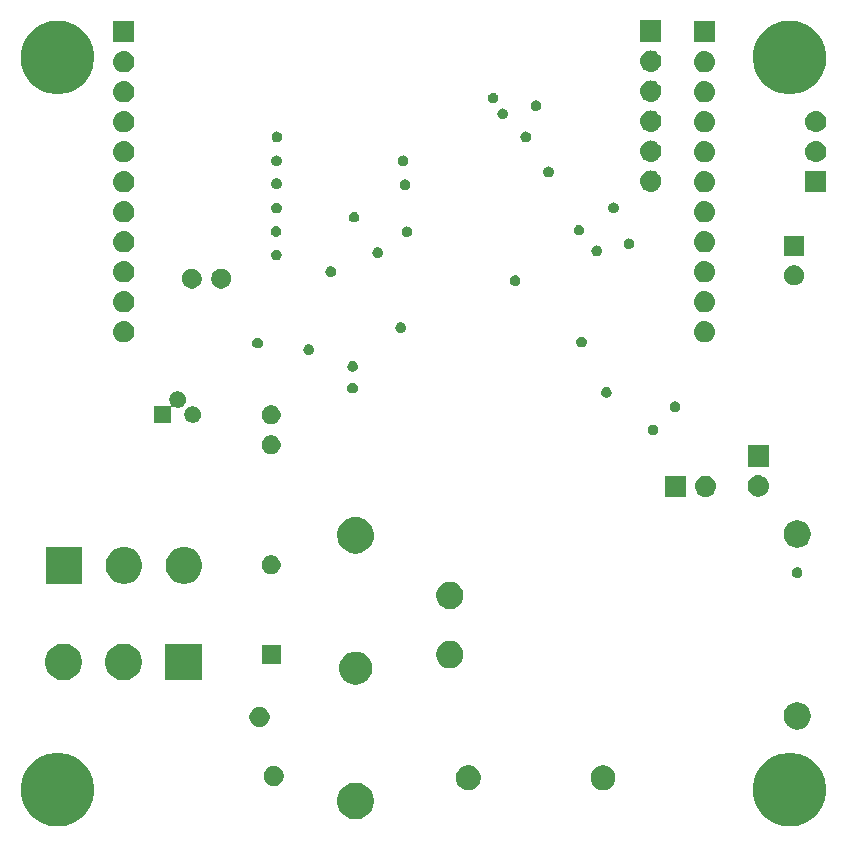
<source format=gbs>
G04 #@! TF.GenerationSoftware,KiCad,Pcbnew,(5.1.2)-2*
G04 #@! TF.CreationDate,2019-08-09T14:08:30+02:00*
G04 #@! TF.ProjectId,ESP Base,45535020-4261-4736-952e-6b696361645f,1.0.8*
G04 #@! TF.SameCoordinates,Original*
G04 #@! TF.FileFunction,Soldermask,Bot*
G04 #@! TF.FilePolarity,Negative*
%FSLAX46Y46*%
G04 Gerber Fmt 4.6, Leading zero omitted, Abs format (unit mm)*
G04 Created by KiCad (PCBNEW (5.1.2)-2) date 2019-08-09 14:08:30*
%MOMM*%
%LPD*%
G04 APERTURE LIST*
%ADD10C,0.100000*%
G04 APERTURE END LIST*
D10*
G36*
X62844780Y-110449566D02*
G01*
X63144237Y-110509131D01*
X63708401Y-110742815D01*
X64216135Y-111082072D01*
X64647928Y-111513865D01*
X64987185Y-112021599D01*
X65220869Y-112585763D01*
X65252165Y-112743100D01*
X65334753Y-113158295D01*
X65340000Y-113184677D01*
X65340000Y-113795323D01*
X65220869Y-114394237D01*
X64987185Y-114958401D01*
X64647928Y-115466135D01*
X64216135Y-115897928D01*
X63708401Y-116237185D01*
X63144237Y-116470869D01*
X62844780Y-116530434D01*
X62545325Y-116590000D01*
X61934675Y-116590000D01*
X61635220Y-116530434D01*
X61335763Y-116470869D01*
X60771599Y-116237185D01*
X60263865Y-115897928D01*
X59832072Y-115466135D01*
X59492815Y-114958401D01*
X59259131Y-114394237D01*
X59140000Y-113795323D01*
X59140000Y-113184677D01*
X59145248Y-113158295D01*
X59227835Y-112743100D01*
X59259131Y-112585763D01*
X59492815Y-112021599D01*
X59832072Y-111513865D01*
X60263865Y-111082072D01*
X60771599Y-110742815D01*
X61335763Y-110509131D01*
X61635220Y-110449566D01*
X61934675Y-110390000D01*
X62545325Y-110390000D01*
X62844780Y-110449566D01*
X62844780Y-110449566D01*
G37*
G36*
X124844780Y-110449566D02*
G01*
X125144237Y-110509131D01*
X125708401Y-110742815D01*
X126216135Y-111082072D01*
X126647928Y-111513865D01*
X126987185Y-112021599D01*
X127220869Y-112585763D01*
X127252165Y-112743100D01*
X127334753Y-113158295D01*
X127340000Y-113184677D01*
X127340000Y-113795323D01*
X127220869Y-114394237D01*
X126987185Y-114958401D01*
X126647928Y-115466135D01*
X126216135Y-115897928D01*
X125708401Y-116237185D01*
X125144237Y-116470869D01*
X124844780Y-116530434D01*
X124545325Y-116590000D01*
X123934675Y-116590000D01*
X123635220Y-116530434D01*
X123335763Y-116470869D01*
X122771599Y-116237185D01*
X122263865Y-115897928D01*
X121832072Y-115466135D01*
X121492815Y-114958401D01*
X121259131Y-114394237D01*
X121140000Y-113795323D01*
X121140000Y-113184677D01*
X121145248Y-113158295D01*
X121227835Y-112743100D01*
X121259131Y-112585763D01*
X121492815Y-112021599D01*
X121832072Y-111513865D01*
X122263865Y-111082072D01*
X122771599Y-110742815D01*
X123335763Y-110509131D01*
X123635220Y-110449566D01*
X123934675Y-110390000D01*
X124545325Y-110390000D01*
X124844780Y-110449566D01*
X124844780Y-110449566D01*
G37*
G36*
X87792585Y-112928802D02*
G01*
X87942410Y-112958604D01*
X88224674Y-113075521D01*
X88478705Y-113245259D01*
X88694741Y-113461295D01*
X88864479Y-113715326D01*
X88981396Y-113997590D01*
X89041000Y-114297240D01*
X89041000Y-114602760D01*
X88981396Y-114902410D01*
X88864479Y-115184674D01*
X88694741Y-115438705D01*
X88478705Y-115654741D01*
X88224674Y-115824479D01*
X87942410Y-115941396D01*
X87792585Y-115971198D01*
X87642761Y-116001000D01*
X87337239Y-116001000D01*
X87187415Y-115971198D01*
X87037590Y-115941396D01*
X86755326Y-115824479D01*
X86501295Y-115654741D01*
X86285259Y-115438705D01*
X86115521Y-115184674D01*
X85998604Y-114902410D01*
X85939000Y-114602760D01*
X85939000Y-114297240D01*
X85998604Y-113997590D01*
X86115521Y-113715326D01*
X86285259Y-113461295D01*
X86501295Y-113245259D01*
X86755326Y-113075521D01*
X87037590Y-112958604D01*
X87187415Y-112928802D01*
X87337239Y-112899000D01*
X87642761Y-112899000D01*
X87792585Y-112928802D01*
X87792585Y-112928802D01*
G37*
G36*
X97346564Y-111469389D02*
G01*
X97472866Y-111521705D01*
X97537835Y-111548616D01*
X97593564Y-111585853D01*
X97709973Y-111663635D01*
X97856365Y-111810027D01*
X97971385Y-111982167D01*
X98050611Y-112173436D01*
X98091000Y-112376484D01*
X98091000Y-112583516D01*
X98050611Y-112786564D01*
X97979350Y-112958604D01*
X97971384Y-112977835D01*
X97856365Y-113149973D01*
X97709973Y-113296365D01*
X97537835Y-113411384D01*
X97537834Y-113411385D01*
X97537833Y-113411385D01*
X97346564Y-113490611D01*
X97143516Y-113531000D01*
X96936484Y-113531000D01*
X96733436Y-113490611D01*
X96542167Y-113411385D01*
X96542166Y-113411385D01*
X96542165Y-113411384D01*
X96370027Y-113296365D01*
X96223635Y-113149973D01*
X96108616Y-112977835D01*
X96100650Y-112958604D01*
X96029389Y-112786564D01*
X95989000Y-112583516D01*
X95989000Y-112376484D01*
X96029389Y-112173436D01*
X96108615Y-111982167D01*
X96223635Y-111810027D01*
X96370027Y-111663635D01*
X96486436Y-111585853D01*
X96542165Y-111548616D01*
X96607134Y-111521705D01*
X96733436Y-111469389D01*
X96936484Y-111429000D01*
X97143516Y-111429000D01*
X97346564Y-111469389D01*
X97346564Y-111469389D01*
G37*
G36*
X108746564Y-111469389D02*
G01*
X108872866Y-111521705D01*
X108937835Y-111548616D01*
X108993564Y-111585853D01*
X109109973Y-111663635D01*
X109256365Y-111810027D01*
X109371385Y-111982167D01*
X109450611Y-112173436D01*
X109491000Y-112376484D01*
X109491000Y-112583516D01*
X109450611Y-112786564D01*
X109379350Y-112958604D01*
X109371384Y-112977835D01*
X109256365Y-113149973D01*
X109109973Y-113296365D01*
X108937835Y-113411384D01*
X108937834Y-113411385D01*
X108937833Y-113411385D01*
X108746564Y-113490611D01*
X108543516Y-113531000D01*
X108336484Y-113531000D01*
X108133436Y-113490611D01*
X107942167Y-113411385D01*
X107942166Y-113411385D01*
X107942165Y-113411384D01*
X107770027Y-113296365D01*
X107623635Y-113149973D01*
X107508616Y-112977835D01*
X107500650Y-112958604D01*
X107429389Y-112786564D01*
X107389000Y-112583516D01*
X107389000Y-112376484D01*
X107429389Y-112173436D01*
X107508615Y-111982167D01*
X107623635Y-111810027D01*
X107770027Y-111663635D01*
X107886436Y-111585853D01*
X107942165Y-111548616D01*
X108007134Y-111521705D01*
X108133436Y-111469389D01*
X108336484Y-111429000D01*
X108543516Y-111429000D01*
X108746564Y-111469389D01*
X108746564Y-111469389D01*
G37*
G36*
X80798228Y-111521703D02*
G01*
X80953100Y-111585853D01*
X81092481Y-111678985D01*
X81211015Y-111797519D01*
X81304147Y-111936900D01*
X81368297Y-112091772D01*
X81401000Y-112256184D01*
X81401000Y-112423816D01*
X81368297Y-112588228D01*
X81304147Y-112743100D01*
X81211015Y-112882481D01*
X81092481Y-113001015D01*
X80953100Y-113094147D01*
X80798228Y-113158297D01*
X80633816Y-113191000D01*
X80466184Y-113191000D01*
X80301772Y-113158297D01*
X80146900Y-113094147D01*
X80007519Y-113001015D01*
X79888985Y-112882481D01*
X79795853Y-112743100D01*
X79731703Y-112588228D01*
X79699000Y-112423816D01*
X79699000Y-112256184D01*
X79731703Y-112091772D01*
X79795853Y-111936900D01*
X79888985Y-111797519D01*
X80007519Y-111678985D01*
X80146900Y-111585853D01*
X80301772Y-111521703D01*
X80466184Y-111489000D01*
X80633816Y-111489000D01*
X80798228Y-111521703D01*
X80798228Y-111521703D01*
G37*
G36*
X125094549Y-106121116D02*
G01*
X125205734Y-106143232D01*
X125415203Y-106229997D01*
X125603720Y-106355960D01*
X125764040Y-106516280D01*
X125890003Y-106704797D01*
X125976768Y-106914266D01*
X126021000Y-107136636D01*
X126021000Y-107363364D01*
X125976768Y-107585734D01*
X125890003Y-107795203D01*
X125764040Y-107983720D01*
X125603720Y-108144040D01*
X125415203Y-108270003D01*
X125205734Y-108356768D01*
X125094549Y-108378884D01*
X124983365Y-108401000D01*
X124756635Y-108401000D01*
X124645451Y-108378884D01*
X124534266Y-108356768D01*
X124324797Y-108270003D01*
X124136280Y-108144040D01*
X123975960Y-107983720D01*
X123849997Y-107795203D01*
X123763232Y-107585734D01*
X123719000Y-107363364D01*
X123719000Y-107136636D01*
X123763232Y-106914266D01*
X123849997Y-106704797D01*
X123975960Y-106516280D01*
X124136280Y-106355960D01*
X124324797Y-106229997D01*
X124534266Y-106143232D01*
X124645451Y-106121116D01*
X124756635Y-106099000D01*
X124983365Y-106099000D01*
X125094549Y-106121116D01*
X125094549Y-106121116D01*
G37*
G36*
X79598228Y-106521703D02*
G01*
X79753100Y-106585853D01*
X79892481Y-106678985D01*
X80011015Y-106797519D01*
X80104147Y-106936900D01*
X80168297Y-107091772D01*
X80201000Y-107256184D01*
X80201000Y-107423816D01*
X80168297Y-107588228D01*
X80104147Y-107743100D01*
X80011015Y-107882481D01*
X79892481Y-108001015D01*
X79753100Y-108094147D01*
X79598228Y-108158297D01*
X79433816Y-108191000D01*
X79266184Y-108191000D01*
X79101772Y-108158297D01*
X78946900Y-108094147D01*
X78807519Y-108001015D01*
X78688985Y-107882481D01*
X78595853Y-107743100D01*
X78531703Y-107588228D01*
X78499000Y-107423816D01*
X78499000Y-107256184D01*
X78531703Y-107091772D01*
X78595853Y-106936900D01*
X78688985Y-106797519D01*
X78807519Y-106678985D01*
X78946900Y-106585853D01*
X79101772Y-106521703D01*
X79266184Y-106489000D01*
X79433816Y-106489000D01*
X79598228Y-106521703D01*
X79598228Y-106521703D01*
G37*
G36*
X87808433Y-101834893D02*
G01*
X87898657Y-101852839D01*
X88004267Y-101896585D01*
X88153621Y-101958449D01*
X88153622Y-101958450D01*
X88383086Y-102111772D01*
X88578228Y-102306914D01*
X88680675Y-102460237D01*
X88731551Y-102536379D01*
X88793415Y-102685733D01*
X88837161Y-102791343D01*
X88855107Y-102881567D01*
X88891000Y-103062012D01*
X88891000Y-103337988D01*
X88837161Y-103608656D01*
X88731551Y-103863621D01*
X88731550Y-103863622D01*
X88578228Y-104093086D01*
X88383086Y-104288228D01*
X88229763Y-104390675D01*
X88153621Y-104441551D01*
X88004267Y-104503415D01*
X87898657Y-104547161D01*
X87808433Y-104565107D01*
X87627988Y-104601000D01*
X87352012Y-104601000D01*
X87171567Y-104565107D01*
X87081343Y-104547161D01*
X86975733Y-104503415D01*
X86826379Y-104441551D01*
X86750237Y-104390675D01*
X86596914Y-104288228D01*
X86401772Y-104093086D01*
X86248450Y-103863622D01*
X86248449Y-103863621D01*
X86142839Y-103608656D01*
X86089000Y-103337988D01*
X86089000Y-103062012D01*
X86124893Y-102881567D01*
X86142839Y-102791343D01*
X86186585Y-102685733D01*
X86248449Y-102536379D01*
X86299325Y-102460237D01*
X86401772Y-102306914D01*
X86596914Y-102111772D01*
X86826378Y-101958450D01*
X86826379Y-101958449D01*
X86975733Y-101896585D01*
X87081343Y-101852839D01*
X87171567Y-101834893D01*
X87352012Y-101799000D01*
X87627988Y-101799000D01*
X87808433Y-101834893D01*
X87808433Y-101834893D01*
G37*
G36*
X68088024Y-101155960D02*
G01*
X68302410Y-101198604D01*
X68584674Y-101315521D01*
X68838705Y-101485259D01*
X69054741Y-101701295D01*
X69224479Y-101955326D01*
X69341396Y-102237590D01*
X69401000Y-102537240D01*
X69401000Y-102842760D01*
X69341396Y-103142410D01*
X69224479Y-103424674D01*
X69054741Y-103678705D01*
X68838705Y-103894741D01*
X68584674Y-104064479D01*
X68302410Y-104181396D01*
X68152585Y-104211198D01*
X68002761Y-104241000D01*
X67697239Y-104241000D01*
X67547415Y-104211198D01*
X67397590Y-104181396D01*
X67115326Y-104064479D01*
X66861295Y-103894741D01*
X66645259Y-103678705D01*
X66475521Y-103424674D01*
X66358604Y-103142410D01*
X66299000Y-102842760D01*
X66299000Y-102537240D01*
X66358604Y-102237590D01*
X66475521Y-101955326D01*
X66645259Y-101701295D01*
X66861295Y-101485259D01*
X67115326Y-101315521D01*
X67397590Y-101198604D01*
X67611976Y-101155960D01*
X67697239Y-101139000D01*
X68002761Y-101139000D01*
X68088024Y-101155960D01*
X68088024Y-101155960D01*
G37*
G36*
X74481000Y-104241000D02*
G01*
X71379000Y-104241000D01*
X71379000Y-101139000D01*
X74481000Y-101139000D01*
X74481000Y-104241000D01*
X74481000Y-104241000D01*
G37*
G36*
X63008024Y-101155960D02*
G01*
X63222410Y-101198604D01*
X63504674Y-101315521D01*
X63758705Y-101485259D01*
X63974741Y-101701295D01*
X64144479Y-101955326D01*
X64261396Y-102237590D01*
X64321000Y-102537240D01*
X64321000Y-102842760D01*
X64261396Y-103142410D01*
X64144479Y-103424674D01*
X63974741Y-103678705D01*
X63758705Y-103894741D01*
X63504674Y-104064479D01*
X63222410Y-104181396D01*
X63072585Y-104211198D01*
X62922761Y-104241000D01*
X62617239Y-104241000D01*
X62467415Y-104211198D01*
X62317590Y-104181396D01*
X62035326Y-104064479D01*
X61781295Y-103894741D01*
X61565259Y-103678705D01*
X61395521Y-103424674D01*
X61278604Y-103142410D01*
X61219000Y-102842760D01*
X61219000Y-102537240D01*
X61278604Y-102237590D01*
X61395521Y-101955326D01*
X61565259Y-101701295D01*
X61781295Y-101485259D01*
X62035326Y-101315521D01*
X62317590Y-101198604D01*
X62531976Y-101155960D01*
X62617239Y-101139000D01*
X62922761Y-101139000D01*
X63008024Y-101155960D01*
X63008024Y-101155960D01*
G37*
G36*
X95694549Y-100921116D02*
G01*
X95805734Y-100943232D01*
X96015203Y-101029997D01*
X96203720Y-101155960D01*
X96364040Y-101316280D01*
X96490003Y-101504797D01*
X96576768Y-101714266D01*
X96621000Y-101936636D01*
X96621000Y-102163364D01*
X96576768Y-102385734D01*
X96490003Y-102595203D01*
X96364040Y-102783720D01*
X96203720Y-102944040D01*
X96015203Y-103070003D01*
X95805734Y-103156768D01*
X95694549Y-103178884D01*
X95583365Y-103201000D01*
X95356635Y-103201000D01*
X95245451Y-103178884D01*
X95134266Y-103156768D01*
X94924797Y-103070003D01*
X94736280Y-102944040D01*
X94575960Y-102783720D01*
X94449997Y-102595203D01*
X94363232Y-102385734D01*
X94319000Y-102163364D01*
X94319000Y-101936636D01*
X94363232Y-101714266D01*
X94449997Y-101504797D01*
X94575960Y-101316280D01*
X94736280Y-101155960D01*
X94924797Y-101029997D01*
X95134266Y-100943232D01*
X95245451Y-100921116D01*
X95356635Y-100899000D01*
X95583365Y-100899000D01*
X95694549Y-100921116D01*
X95694549Y-100921116D01*
G37*
G36*
X81135000Y-102885000D02*
G01*
X79525000Y-102885000D01*
X79525000Y-101275000D01*
X81135000Y-101275000D01*
X81135000Y-102885000D01*
X81135000Y-102885000D01*
G37*
G36*
X95694549Y-95921116D02*
G01*
X95805734Y-95943232D01*
X96015203Y-96029997D01*
X96203720Y-96155960D01*
X96364040Y-96316280D01*
X96490003Y-96504797D01*
X96576768Y-96714266D01*
X96621000Y-96936636D01*
X96621000Y-97163364D01*
X96576768Y-97385734D01*
X96490003Y-97595203D01*
X96364040Y-97783720D01*
X96203720Y-97944040D01*
X96015203Y-98070003D01*
X95805734Y-98156768D01*
X95694549Y-98178884D01*
X95583365Y-98201000D01*
X95356635Y-98201000D01*
X95245451Y-98178884D01*
X95134266Y-98156768D01*
X94924797Y-98070003D01*
X94736280Y-97944040D01*
X94575960Y-97783720D01*
X94449997Y-97595203D01*
X94363232Y-97385734D01*
X94319000Y-97163364D01*
X94319000Y-96936636D01*
X94363232Y-96714266D01*
X94449997Y-96504797D01*
X94575960Y-96316280D01*
X94736280Y-96155960D01*
X94924797Y-96029997D01*
X95134266Y-95943232D01*
X95245451Y-95921116D01*
X95356635Y-95899000D01*
X95583365Y-95899000D01*
X95694549Y-95921116D01*
X95694549Y-95921116D01*
G37*
G36*
X73252585Y-92988802D02*
G01*
X73402410Y-93018604D01*
X73684674Y-93135521D01*
X73938705Y-93305259D01*
X74154741Y-93521295D01*
X74324479Y-93775326D01*
X74441396Y-94057590D01*
X74441396Y-94057591D01*
X74501000Y-94357239D01*
X74501000Y-94662761D01*
X74481720Y-94759686D01*
X74441396Y-94962410D01*
X74324479Y-95244674D01*
X74154741Y-95498705D01*
X73938705Y-95714741D01*
X73684674Y-95884479D01*
X73402410Y-96001396D01*
X73258628Y-96029996D01*
X73102761Y-96061000D01*
X72797239Y-96061000D01*
X72641372Y-96029996D01*
X72497590Y-96001396D01*
X72215326Y-95884479D01*
X71961295Y-95714741D01*
X71745259Y-95498705D01*
X71575521Y-95244674D01*
X71458604Y-94962410D01*
X71418280Y-94759686D01*
X71399000Y-94662761D01*
X71399000Y-94357239D01*
X71458604Y-94057591D01*
X71458604Y-94057590D01*
X71575521Y-93775326D01*
X71745259Y-93521295D01*
X71961295Y-93305259D01*
X72215326Y-93135521D01*
X72497590Y-93018604D01*
X72647415Y-92988802D01*
X72797239Y-92959000D01*
X73102761Y-92959000D01*
X73252585Y-92988802D01*
X73252585Y-92988802D01*
G37*
G36*
X68172585Y-92988802D02*
G01*
X68322410Y-93018604D01*
X68604674Y-93135521D01*
X68858705Y-93305259D01*
X69074741Y-93521295D01*
X69244479Y-93775326D01*
X69361396Y-94057590D01*
X69361396Y-94057591D01*
X69421000Y-94357239D01*
X69421000Y-94662761D01*
X69401720Y-94759686D01*
X69361396Y-94962410D01*
X69244479Y-95244674D01*
X69074741Y-95498705D01*
X68858705Y-95714741D01*
X68604674Y-95884479D01*
X68322410Y-96001396D01*
X68178628Y-96029996D01*
X68022761Y-96061000D01*
X67717239Y-96061000D01*
X67561372Y-96029996D01*
X67417590Y-96001396D01*
X67135326Y-95884479D01*
X66881295Y-95714741D01*
X66665259Y-95498705D01*
X66495521Y-95244674D01*
X66378604Y-94962410D01*
X66338280Y-94759686D01*
X66319000Y-94662761D01*
X66319000Y-94357239D01*
X66378604Y-94057591D01*
X66378604Y-94057590D01*
X66495521Y-93775326D01*
X66665259Y-93521295D01*
X66881295Y-93305259D01*
X67135326Y-93135521D01*
X67417590Y-93018604D01*
X67567415Y-92988802D01*
X67717239Y-92959000D01*
X68022761Y-92959000D01*
X68172585Y-92988802D01*
X68172585Y-92988802D01*
G37*
G36*
X64341000Y-96061000D02*
G01*
X61239000Y-96061000D01*
X61239000Y-92959000D01*
X64341000Y-92959000D01*
X64341000Y-96061000D01*
X64341000Y-96061000D01*
G37*
G36*
X125001552Y-94676331D02*
G01*
X125083627Y-94710328D01*
X125083629Y-94710329D01*
X125120813Y-94735175D01*
X125157495Y-94759685D01*
X125220315Y-94822505D01*
X125269672Y-94896373D01*
X125303669Y-94978448D01*
X125321000Y-95065579D01*
X125321000Y-95154421D01*
X125303669Y-95241552D01*
X125293956Y-95265000D01*
X125269671Y-95323629D01*
X125220314Y-95397496D01*
X125157496Y-95460314D01*
X125083629Y-95509671D01*
X125083628Y-95509672D01*
X125083627Y-95509672D01*
X125001552Y-95543669D01*
X124914421Y-95561000D01*
X124825579Y-95561000D01*
X124738448Y-95543669D01*
X124656373Y-95509672D01*
X124656372Y-95509672D01*
X124656371Y-95509671D01*
X124582504Y-95460314D01*
X124519686Y-95397496D01*
X124470329Y-95323629D01*
X124446044Y-95265000D01*
X124436331Y-95241552D01*
X124419000Y-95154421D01*
X124419000Y-95065579D01*
X124436331Y-94978448D01*
X124470328Y-94896373D01*
X124519685Y-94822505D01*
X124582505Y-94759685D01*
X124619187Y-94735175D01*
X124656371Y-94710329D01*
X124656373Y-94710328D01*
X124738448Y-94676331D01*
X124825579Y-94659000D01*
X124914421Y-94659000D01*
X125001552Y-94676331D01*
X125001552Y-94676331D01*
G37*
G36*
X80564810Y-93685935D02*
G01*
X80711309Y-93746617D01*
X80711310Y-93746618D01*
X80843158Y-93834716D01*
X80955284Y-93946842D01*
X80955285Y-93946844D01*
X81043383Y-94078691D01*
X81104065Y-94225190D01*
X81135000Y-94380713D01*
X81135000Y-94539287D01*
X81104065Y-94694810D01*
X81043383Y-94841309D01*
X81043382Y-94841310D01*
X80955284Y-94973158D01*
X80843158Y-95085284D01*
X80776785Y-95129633D01*
X80711309Y-95173383D01*
X80564810Y-95234065D01*
X80409287Y-95265000D01*
X80250713Y-95265000D01*
X80095190Y-95234065D01*
X79948691Y-95173383D01*
X79883215Y-95129633D01*
X79816842Y-95085284D01*
X79704716Y-94973158D01*
X79616618Y-94841310D01*
X79616617Y-94841309D01*
X79555935Y-94694810D01*
X79525000Y-94539287D01*
X79525000Y-94380713D01*
X79555935Y-94225190D01*
X79616617Y-94078691D01*
X79704715Y-93946844D01*
X79704716Y-93946842D01*
X79816842Y-93834716D01*
X79948690Y-93746618D01*
X79948691Y-93746617D01*
X80095190Y-93685935D01*
X80250713Y-93655000D01*
X80409287Y-93655000D01*
X80564810Y-93685935D01*
X80564810Y-93685935D01*
G37*
G36*
X87792585Y-90428802D02*
G01*
X87942410Y-90458604D01*
X88224674Y-90575521D01*
X88478705Y-90745259D01*
X88694741Y-90961295D01*
X88864479Y-91215326D01*
X88981396Y-91497590D01*
X88981396Y-91497591D01*
X89041000Y-91797239D01*
X89041000Y-92102761D01*
X89011198Y-92252585D01*
X88981396Y-92402410D01*
X88864479Y-92684674D01*
X88694741Y-92938705D01*
X88478705Y-93154741D01*
X88224674Y-93324479D01*
X87942410Y-93441396D01*
X87792585Y-93471198D01*
X87642761Y-93501000D01*
X87337239Y-93501000D01*
X87187415Y-93471198D01*
X87037590Y-93441396D01*
X86755326Y-93324479D01*
X86501295Y-93154741D01*
X86285259Y-92938705D01*
X86115521Y-92684674D01*
X85998604Y-92402410D01*
X85968802Y-92252585D01*
X85939000Y-92102761D01*
X85939000Y-91797239D01*
X85998604Y-91497591D01*
X85998604Y-91497590D01*
X86115521Y-91215326D01*
X86285259Y-90961295D01*
X86501295Y-90745259D01*
X86755326Y-90575521D01*
X87037590Y-90458604D01*
X87187415Y-90428802D01*
X87337239Y-90399000D01*
X87642761Y-90399000D01*
X87792585Y-90428802D01*
X87792585Y-90428802D01*
G37*
G36*
X125094549Y-90721116D02*
G01*
X125205734Y-90743232D01*
X125415203Y-90829997D01*
X125603720Y-90955960D01*
X125764040Y-91116280D01*
X125890003Y-91304797D01*
X125976768Y-91514266D01*
X126021000Y-91736636D01*
X126021000Y-91963364D01*
X125976768Y-92185734D01*
X125890003Y-92395203D01*
X125764040Y-92583720D01*
X125603720Y-92744040D01*
X125415203Y-92870003D01*
X125205734Y-92956768D01*
X125094549Y-92978884D01*
X124983365Y-93001000D01*
X124756635Y-93001000D01*
X124645451Y-92978884D01*
X124534266Y-92956768D01*
X124324797Y-92870003D01*
X124136280Y-92744040D01*
X123975960Y-92583720D01*
X123849997Y-92395203D01*
X123763232Y-92185734D01*
X123719000Y-91963364D01*
X123719000Y-91736636D01*
X123763232Y-91514266D01*
X123849997Y-91304797D01*
X123975960Y-91116280D01*
X124136280Y-90955960D01*
X124324797Y-90829997D01*
X124534266Y-90743232D01*
X124645451Y-90721116D01*
X124756635Y-90699000D01*
X124983365Y-90699000D01*
X125094549Y-90721116D01*
X125094549Y-90721116D01*
G37*
G36*
X115471000Y-88711000D02*
G01*
X113669000Y-88711000D01*
X113669000Y-86909000D01*
X115471000Y-86909000D01*
X115471000Y-88711000D01*
X115471000Y-88711000D01*
G37*
G36*
X117220443Y-86915519D02*
G01*
X117286627Y-86922037D01*
X117456466Y-86973557D01*
X117612991Y-87057222D01*
X117648729Y-87086552D01*
X117750186Y-87169814D01*
X117833448Y-87271271D01*
X117862778Y-87307009D01*
X117862779Y-87307011D01*
X117930407Y-87433532D01*
X117946443Y-87463534D01*
X117997963Y-87633373D01*
X118015359Y-87810000D01*
X117997963Y-87986627D01*
X117946443Y-88156466D01*
X117862778Y-88312991D01*
X117833448Y-88348729D01*
X117750186Y-88450186D01*
X117649546Y-88532778D01*
X117612991Y-88562778D01*
X117612989Y-88562779D01*
X117512594Y-88616442D01*
X117456466Y-88646443D01*
X117286627Y-88697963D01*
X117220442Y-88704482D01*
X117154260Y-88711000D01*
X117065740Y-88711000D01*
X116999558Y-88704482D01*
X116933373Y-88697963D01*
X116763534Y-88646443D01*
X116707407Y-88616442D01*
X116607011Y-88562779D01*
X116607009Y-88562778D01*
X116570454Y-88532778D01*
X116469814Y-88450186D01*
X116386552Y-88348729D01*
X116357222Y-88312991D01*
X116273557Y-88156466D01*
X116222037Y-87986627D01*
X116204641Y-87810000D01*
X116222037Y-87633373D01*
X116273557Y-87463534D01*
X116289594Y-87433532D01*
X116357221Y-87307011D01*
X116357222Y-87307009D01*
X116386552Y-87271271D01*
X116469814Y-87169814D01*
X116571271Y-87086552D01*
X116607009Y-87057222D01*
X116763534Y-86973557D01*
X116933373Y-86922037D01*
X116999557Y-86915519D01*
X117065740Y-86909000D01*
X117154260Y-86909000D01*
X117220443Y-86915519D01*
X117220443Y-86915519D01*
G37*
G36*
X121690443Y-86885519D02*
G01*
X121756627Y-86892037D01*
X121926466Y-86943557D01*
X121926468Y-86943558D01*
X122004729Y-86985390D01*
X122082991Y-87027222D01*
X122118729Y-87056552D01*
X122220186Y-87139814D01*
X122303448Y-87241271D01*
X122332778Y-87277009D01*
X122416443Y-87433534D01*
X122467963Y-87603373D01*
X122485359Y-87780000D01*
X122467963Y-87956627D01*
X122416443Y-88126466D01*
X122416442Y-88126468D01*
X122374611Y-88204728D01*
X122332778Y-88282991D01*
X122308159Y-88312989D01*
X122220186Y-88420186D01*
X122118729Y-88503448D01*
X122082991Y-88532778D01*
X121926466Y-88616443D01*
X121756627Y-88667963D01*
X121690442Y-88674482D01*
X121624260Y-88681000D01*
X121535740Y-88681000D01*
X121469558Y-88674482D01*
X121403373Y-88667963D01*
X121233534Y-88616443D01*
X121077009Y-88532778D01*
X121041271Y-88503448D01*
X120939814Y-88420186D01*
X120851841Y-88312989D01*
X120827222Y-88282991D01*
X120785389Y-88204728D01*
X120743558Y-88126468D01*
X120743557Y-88126466D01*
X120692037Y-87956627D01*
X120674641Y-87780000D01*
X120692037Y-87603373D01*
X120743557Y-87433534D01*
X120827222Y-87277009D01*
X120856552Y-87241271D01*
X120939814Y-87139814D01*
X121041271Y-87056552D01*
X121077009Y-87027222D01*
X121155271Y-86985390D01*
X121233532Y-86943558D01*
X121233534Y-86943557D01*
X121403373Y-86892037D01*
X121469557Y-86885519D01*
X121535740Y-86879000D01*
X121624260Y-86879000D01*
X121690443Y-86885519D01*
X121690443Y-86885519D01*
G37*
G36*
X122481000Y-86141000D02*
G01*
X120679000Y-86141000D01*
X120679000Y-84339000D01*
X122481000Y-84339000D01*
X122481000Y-86141000D01*
X122481000Y-86141000D01*
G37*
G36*
X80564810Y-83525935D02*
G01*
X80711309Y-83586617D01*
X80711310Y-83586618D01*
X80843158Y-83674716D01*
X80955284Y-83786842D01*
X80955285Y-83786844D01*
X81043383Y-83918691D01*
X81104065Y-84065190D01*
X81135000Y-84220713D01*
X81135000Y-84379287D01*
X81104065Y-84534810D01*
X81043383Y-84681309D01*
X81043382Y-84681310D01*
X80955284Y-84813158D01*
X80843158Y-84925284D01*
X80776785Y-84969633D01*
X80711309Y-85013383D01*
X80564810Y-85074065D01*
X80409287Y-85105000D01*
X80250713Y-85105000D01*
X80095190Y-85074065D01*
X79948691Y-85013383D01*
X79883215Y-84969633D01*
X79816842Y-84925284D01*
X79704716Y-84813158D01*
X79616618Y-84681310D01*
X79616617Y-84681309D01*
X79555935Y-84534810D01*
X79525000Y-84379287D01*
X79525000Y-84220713D01*
X79555935Y-84065190D01*
X79616617Y-83918691D01*
X79704715Y-83786844D01*
X79704716Y-83786842D01*
X79816842Y-83674716D01*
X79948690Y-83586618D01*
X79948691Y-83586617D01*
X80095190Y-83525935D01*
X80250713Y-83495000D01*
X80409287Y-83495000D01*
X80564810Y-83525935D01*
X80564810Y-83525935D01*
G37*
G36*
X112801552Y-82596331D02*
G01*
X112883627Y-82630328D01*
X112883629Y-82630329D01*
X112920813Y-82655175D01*
X112957495Y-82679685D01*
X113020315Y-82742505D01*
X113069672Y-82816373D01*
X113103669Y-82898448D01*
X113121000Y-82985579D01*
X113121000Y-83074421D01*
X113103669Y-83161552D01*
X113069672Y-83243627D01*
X113069671Y-83243629D01*
X113020314Y-83317496D01*
X112957496Y-83380314D01*
X112883629Y-83429671D01*
X112883628Y-83429672D01*
X112883627Y-83429672D01*
X112801552Y-83463669D01*
X112714421Y-83481000D01*
X112625579Y-83481000D01*
X112538448Y-83463669D01*
X112456373Y-83429672D01*
X112456372Y-83429672D01*
X112456371Y-83429671D01*
X112382504Y-83380314D01*
X112319686Y-83317496D01*
X112270329Y-83243629D01*
X112270328Y-83243627D01*
X112236331Y-83161552D01*
X112219000Y-83074421D01*
X112219000Y-82985579D01*
X112236331Y-82898448D01*
X112270328Y-82816373D01*
X112319685Y-82742505D01*
X112382505Y-82679685D01*
X112419187Y-82655175D01*
X112456371Y-82630329D01*
X112456373Y-82630328D01*
X112538448Y-82596331D01*
X112625579Y-82579000D01*
X112714421Y-82579000D01*
X112801552Y-82596331D01*
X112801552Y-82596331D01*
G37*
G36*
X80564810Y-80985935D02*
G01*
X80711309Y-81046617D01*
X80725260Y-81055939D01*
X80843158Y-81134716D01*
X80955284Y-81246842D01*
X80955285Y-81246844D01*
X81043383Y-81378691D01*
X81104065Y-81525190D01*
X81135000Y-81680713D01*
X81135000Y-81839287D01*
X81104065Y-81994810D01*
X81043383Y-82141309D01*
X81043382Y-82141310D01*
X80955284Y-82273158D01*
X80843158Y-82385284D01*
X80776785Y-82429633D01*
X80711309Y-82473383D01*
X80564810Y-82534065D01*
X80409287Y-82565000D01*
X80250713Y-82565000D01*
X80095190Y-82534065D01*
X79948691Y-82473383D01*
X79883215Y-82429633D01*
X79816842Y-82385284D01*
X79704716Y-82273158D01*
X79616618Y-82141310D01*
X79616617Y-82141309D01*
X79555935Y-81994810D01*
X79525000Y-81839287D01*
X79525000Y-81680713D01*
X79555935Y-81525190D01*
X79616617Y-81378691D01*
X79704715Y-81246844D01*
X79704716Y-81246842D01*
X79816842Y-81134716D01*
X79934740Y-81055939D01*
X79948691Y-81046617D01*
X80095190Y-80985935D01*
X80250713Y-80955000D01*
X80409287Y-80955000D01*
X80564810Y-80985935D01*
X80564810Y-80985935D01*
G37*
G36*
X73904473Y-81055938D02*
G01*
X74032049Y-81108782D01*
X74146859Y-81185495D01*
X74244505Y-81283141D01*
X74321218Y-81397951D01*
X74374062Y-81525527D01*
X74401000Y-81660956D01*
X74401000Y-81799044D01*
X74374062Y-81934473D01*
X74321218Y-82062049D01*
X74244505Y-82176859D01*
X74146859Y-82274505D01*
X74032049Y-82351218D01*
X73904473Y-82404062D01*
X73769044Y-82431000D01*
X73630956Y-82431000D01*
X73495527Y-82404062D01*
X73367951Y-82351218D01*
X73253141Y-82274505D01*
X73155495Y-82176859D01*
X73078782Y-82062049D01*
X73025938Y-81934473D01*
X72999000Y-81799044D01*
X72999000Y-81660956D01*
X73025938Y-81525527D01*
X73078782Y-81397951D01*
X73155495Y-81283141D01*
X73253141Y-81185495D01*
X73367951Y-81108782D01*
X73495527Y-81055938D01*
X73630956Y-81029000D01*
X73769044Y-81029000D01*
X73904473Y-81055938D01*
X73904473Y-81055938D01*
G37*
G36*
X72634473Y-79785938D02*
G01*
X72762049Y-79838782D01*
X72876859Y-79915495D01*
X72974505Y-80013141D01*
X73051218Y-80127951D01*
X73104062Y-80255527D01*
X73131000Y-80390956D01*
X73131000Y-80529044D01*
X73104062Y-80664473D01*
X73051218Y-80792049D01*
X72974505Y-80906859D01*
X72876859Y-81004505D01*
X72762049Y-81081218D01*
X72634473Y-81134062D01*
X72499044Y-81161000D01*
X72360956Y-81161000D01*
X72225527Y-81134062D01*
X72097951Y-81081218D01*
X72055444Y-81052816D01*
X72033833Y-81041265D01*
X72010384Y-81034152D01*
X71985998Y-81031750D01*
X71961612Y-81034152D01*
X71938163Y-81041265D01*
X71916553Y-81052817D01*
X71897611Y-81068362D01*
X71882066Y-81087304D01*
X71870515Y-81108915D01*
X71863402Y-81132364D01*
X71861000Y-81156749D01*
X71861000Y-82431000D01*
X70459000Y-82431000D01*
X70459000Y-81029000D01*
X71733251Y-81029000D01*
X71757637Y-81026598D01*
X71781086Y-81019485D01*
X71802697Y-81007934D01*
X71821639Y-80992389D01*
X71837184Y-80973447D01*
X71848735Y-80951836D01*
X71855848Y-80928387D01*
X71858250Y-80904001D01*
X71855848Y-80879615D01*
X71848735Y-80856166D01*
X71837184Y-80834556D01*
X71808782Y-80792049D01*
X71755938Y-80664473D01*
X71729000Y-80529044D01*
X71729000Y-80390956D01*
X71755938Y-80255527D01*
X71808782Y-80127951D01*
X71885495Y-80013141D01*
X71983141Y-79915495D01*
X72097951Y-79838782D01*
X72225527Y-79785938D01*
X72360956Y-79759000D01*
X72499044Y-79759000D01*
X72634473Y-79785938D01*
X72634473Y-79785938D01*
G37*
G36*
X114661552Y-80636331D02*
G01*
X114729494Y-80664474D01*
X114743629Y-80670329D01*
X114780813Y-80695175D01*
X114817495Y-80719685D01*
X114880315Y-80782505D01*
X114929672Y-80856373D01*
X114963669Y-80938448D01*
X114981000Y-81025579D01*
X114981000Y-81114421D01*
X114963669Y-81201552D01*
X114929873Y-81283141D01*
X114929671Y-81283629D01*
X114880314Y-81357496D01*
X114817496Y-81420314D01*
X114743629Y-81469671D01*
X114743628Y-81469672D01*
X114743627Y-81469672D01*
X114661552Y-81503669D01*
X114574421Y-81521000D01*
X114485579Y-81521000D01*
X114398448Y-81503669D01*
X114316373Y-81469672D01*
X114316372Y-81469672D01*
X114316371Y-81469671D01*
X114242504Y-81420314D01*
X114179686Y-81357496D01*
X114130329Y-81283629D01*
X114130127Y-81283141D01*
X114096331Y-81201552D01*
X114079000Y-81114421D01*
X114079000Y-81025579D01*
X114096331Y-80938448D01*
X114130328Y-80856373D01*
X114179685Y-80782505D01*
X114242505Y-80719685D01*
X114279187Y-80695175D01*
X114316371Y-80670329D01*
X114330506Y-80664474D01*
X114398448Y-80636331D01*
X114485579Y-80619000D01*
X114574421Y-80619000D01*
X114661552Y-80636331D01*
X114661552Y-80636331D01*
G37*
G36*
X108841552Y-79406331D02*
G01*
X108923627Y-79440328D01*
X108923629Y-79440329D01*
X108960813Y-79465175D01*
X108997495Y-79489685D01*
X109060315Y-79552505D01*
X109109672Y-79626373D01*
X109143669Y-79708448D01*
X109161000Y-79795579D01*
X109161000Y-79884421D01*
X109143669Y-79971552D01*
X109109672Y-80053627D01*
X109109671Y-80053629D01*
X109060314Y-80127496D01*
X108997496Y-80190314D01*
X108923629Y-80239671D01*
X108923628Y-80239672D01*
X108923627Y-80239672D01*
X108841552Y-80273669D01*
X108754421Y-80291000D01*
X108665579Y-80291000D01*
X108578448Y-80273669D01*
X108496373Y-80239672D01*
X108496372Y-80239672D01*
X108496371Y-80239671D01*
X108422504Y-80190314D01*
X108359686Y-80127496D01*
X108310329Y-80053629D01*
X108310328Y-80053627D01*
X108276331Y-79971552D01*
X108259000Y-79884421D01*
X108259000Y-79795579D01*
X108276331Y-79708448D01*
X108310328Y-79626373D01*
X108359685Y-79552505D01*
X108422505Y-79489685D01*
X108459187Y-79465175D01*
X108496371Y-79440329D01*
X108496373Y-79440328D01*
X108578448Y-79406331D01*
X108665579Y-79389000D01*
X108754421Y-79389000D01*
X108841552Y-79406331D01*
X108841552Y-79406331D01*
G37*
G36*
X87361552Y-79056331D02*
G01*
X87443627Y-79090328D01*
X87443629Y-79090329D01*
X87480813Y-79115175D01*
X87517495Y-79139685D01*
X87580315Y-79202505D01*
X87629672Y-79276373D01*
X87663669Y-79358448D01*
X87681000Y-79445579D01*
X87681000Y-79534421D01*
X87663669Y-79621552D01*
X87629672Y-79703627D01*
X87629671Y-79703629D01*
X87580314Y-79777496D01*
X87517496Y-79840314D01*
X87443629Y-79889671D01*
X87443628Y-79889672D01*
X87443627Y-79889672D01*
X87361552Y-79923669D01*
X87274421Y-79941000D01*
X87185579Y-79941000D01*
X87098448Y-79923669D01*
X87016373Y-79889672D01*
X87016372Y-79889672D01*
X87016371Y-79889671D01*
X86942504Y-79840314D01*
X86879686Y-79777496D01*
X86830329Y-79703629D01*
X86830328Y-79703627D01*
X86796331Y-79621552D01*
X86779000Y-79534421D01*
X86779000Y-79445579D01*
X86796331Y-79358448D01*
X86830328Y-79276373D01*
X86879685Y-79202505D01*
X86942505Y-79139685D01*
X86979187Y-79115175D01*
X87016371Y-79090329D01*
X87016373Y-79090328D01*
X87098448Y-79056331D01*
X87185579Y-79039000D01*
X87274421Y-79039000D01*
X87361552Y-79056331D01*
X87361552Y-79056331D01*
G37*
G36*
X87381552Y-77206331D02*
G01*
X87463627Y-77240328D01*
X87463629Y-77240329D01*
X87500813Y-77265175D01*
X87537495Y-77289685D01*
X87600315Y-77352505D01*
X87649672Y-77426373D01*
X87683669Y-77508448D01*
X87701000Y-77595579D01*
X87701000Y-77684421D01*
X87683669Y-77771552D01*
X87649672Y-77853627D01*
X87649671Y-77853629D01*
X87600314Y-77927496D01*
X87537496Y-77990314D01*
X87463629Y-78039671D01*
X87463628Y-78039672D01*
X87463627Y-78039672D01*
X87381552Y-78073669D01*
X87294421Y-78091000D01*
X87205579Y-78091000D01*
X87118448Y-78073669D01*
X87036373Y-78039672D01*
X87036372Y-78039672D01*
X87036371Y-78039671D01*
X86962504Y-77990314D01*
X86899686Y-77927496D01*
X86850329Y-77853629D01*
X86850328Y-77853627D01*
X86816331Y-77771552D01*
X86799000Y-77684421D01*
X86799000Y-77595579D01*
X86816331Y-77508448D01*
X86850328Y-77426373D01*
X86899685Y-77352505D01*
X86962505Y-77289685D01*
X86999187Y-77265175D01*
X87036371Y-77240329D01*
X87036373Y-77240328D01*
X87118448Y-77206331D01*
X87205579Y-77189000D01*
X87294421Y-77189000D01*
X87381552Y-77206331D01*
X87381552Y-77206331D01*
G37*
G36*
X83651552Y-75786331D02*
G01*
X83733627Y-75820328D01*
X83733629Y-75820329D01*
X83770813Y-75845175D01*
X83807495Y-75869685D01*
X83870315Y-75932505D01*
X83919672Y-76006373D01*
X83953669Y-76088448D01*
X83971000Y-76175579D01*
X83971000Y-76264421D01*
X83953669Y-76351552D01*
X83919672Y-76433627D01*
X83919671Y-76433629D01*
X83870314Y-76507496D01*
X83807496Y-76570314D01*
X83733629Y-76619671D01*
X83733628Y-76619672D01*
X83733627Y-76619672D01*
X83651552Y-76653669D01*
X83564421Y-76671000D01*
X83475579Y-76671000D01*
X83388448Y-76653669D01*
X83306373Y-76619672D01*
X83306372Y-76619672D01*
X83306371Y-76619671D01*
X83232504Y-76570314D01*
X83169686Y-76507496D01*
X83120329Y-76433629D01*
X83120328Y-76433627D01*
X83086331Y-76351552D01*
X83069000Y-76264421D01*
X83069000Y-76175579D01*
X83086331Y-76088448D01*
X83120328Y-76006373D01*
X83169685Y-75932505D01*
X83232505Y-75869685D01*
X83269187Y-75845175D01*
X83306371Y-75820329D01*
X83306373Y-75820328D01*
X83388448Y-75786331D01*
X83475579Y-75769000D01*
X83564421Y-75769000D01*
X83651552Y-75786331D01*
X83651552Y-75786331D01*
G37*
G36*
X79321552Y-75246331D02*
G01*
X79403627Y-75280328D01*
X79403629Y-75280329D01*
X79436816Y-75302504D01*
X79477495Y-75329685D01*
X79540315Y-75392505D01*
X79589672Y-75466373D01*
X79623669Y-75548448D01*
X79641000Y-75635579D01*
X79641000Y-75724421D01*
X79623669Y-75811552D01*
X79589672Y-75893627D01*
X79540315Y-75967495D01*
X79477495Y-76030315D01*
X79440813Y-76054825D01*
X79403629Y-76079671D01*
X79403628Y-76079672D01*
X79403627Y-76079672D01*
X79321552Y-76113669D01*
X79234421Y-76131000D01*
X79145579Y-76131000D01*
X79058448Y-76113669D01*
X78976373Y-76079672D01*
X78976372Y-76079672D01*
X78976371Y-76079671D01*
X78939187Y-76054825D01*
X78902505Y-76030315D01*
X78839685Y-75967495D01*
X78790328Y-75893627D01*
X78756331Y-75811552D01*
X78739000Y-75724421D01*
X78739000Y-75635579D01*
X78756331Y-75548448D01*
X78790328Y-75466373D01*
X78839685Y-75392505D01*
X78902505Y-75329685D01*
X78943184Y-75302504D01*
X78976371Y-75280329D01*
X78976373Y-75280328D01*
X79058448Y-75246331D01*
X79145579Y-75229000D01*
X79234421Y-75229000D01*
X79321552Y-75246331D01*
X79321552Y-75246331D01*
G37*
G36*
X106741552Y-75156331D02*
G01*
X106823627Y-75190328D01*
X106823629Y-75190329D01*
X106860813Y-75215175D01*
X106897495Y-75239685D01*
X106960315Y-75302505D01*
X107009672Y-75376373D01*
X107043669Y-75458448D01*
X107061000Y-75545579D01*
X107061000Y-75634421D01*
X107043669Y-75721552D01*
X107024015Y-75769000D01*
X107009671Y-75803629D01*
X106960314Y-75877496D01*
X106897496Y-75940314D01*
X106823629Y-75989671D01*
X106823628Y-75989672D01*
X106823627Y-75989672D01*
X106741552Y-76023669D01*
X106654421Y-76041000D01*
X106565579Y-76041000D01*
X106478448Y-76023669D01*
X106396373Y-75989672D01*
X106396372Y-75989672D01*
X106396371Y-75989671D01*
X106322504Y-75940314D01*
X106259686Y-75877496D01*
X106210329Y-75803629D01*
X106195985Y-75769000D01*
X106176331Y-75721552D01*
X106159000Y-75634421D01*
X106159000Y-75545579D01*
X106176331Y-75458448D01*
X106210328Y-75376373D01*
X106259685Y-75302505D01*
X106322505Y-75239685D01*
X106359187Y-75215175D01*
X106396371Y-75190329D01*
X106396373Y-75190328D01*
X106478448Y-75156331D01*
X106565579Y-75139000D01*
X106654421Y-75139000D01*
X106741552Y-75156331D01*
X106741552Y-75156331D01*
G37*
G36*
X117130443Y-73825519D02*
G01*
X117196627Y-73832037D01*
X117366466Y-73883557D01*
X117522991Y-73967222D01*
X117558729Y-73996552D01*
X117660186Y-74079814D01*
X117743448Y-74181271D01*
X117772778Y-74217009D01*
X117856443Y-74373534D01*
X117907963Y-74543373D01*
X117925359Y-74720000D01*
X117907963Y-74896627D01*
X117856443Y-75066466D01*
X117772778Y-75222991D01*
X117753623Y-75246331D01*
X117660186Y-75360186D01*
X117558729Y-75443448D01*
X117522991Y-75472778D01*
X117522989Y-75472779D01*
X117381424Y-75548448D01*
X117366466Y-75556443D01*
X117196627Y-75607963D01*
X117130443Y-75614481D01*
X117064260Y-75621000D01*
X116975740Y-75621000D01*
X116909557Y-75614481D01*
X116843373Y-75607963D01*
X116673534Y-75556443D01*
X116658577Y-75548448D01*
X116517011Y-75472779D01*
X116517009Y-75472778D01*
X116481271Y-75443448D01*
X116379814Y-75360186D01*
X116286377Y-75246331D01*
X116267222Y-75222991D01*
X116183557Y-75066466D01*
X116132037Y-74896627D01*
X116114641Y-74720000D01*
X116132037Y-74543373D01*
X116183557Y-74373534D01*
X116267222Y-74217009D01*
X116296552Y-74181271D01*
X116379814Y-74079814D01*
X116481271Y-73996552D01*
X116517009Y-73967222D01*
X116673534Y-73883557D01*
X116843373Y-73832037D01*
X116909557Y-73825519D01*
X116975740Y-73819000D01*
X117064260Y-73819000D01*
X117130443Y-73825519D01*
X117130443Y-73825519D01*
G37*
G36*
X67970443Y-73825519D02*
G01*
X68036627Y-73832037D01*
X68206466Y-73883557D01*
X68362991Y-73967222D01*
X68398729Y-73996552D01*
X68500186Y-74079814D01*
X68583448Y-74181271D01*
X68612778Y-74217009D01*
X68696443Y-74373534D01*
X68747963Y-74543373D01*
X68765359Y-74720000D01*
X68747963Y-74896627D01*
X68696443Y-75066466D01*
X68612778Y-75222991D01*
X68593623Y-75246331D01*
X68500186Y-75360186D01*
X68398729Y-75443448D01*
X68362991Y-75472778D01*
X68362989Y-75472779D01*
X68221424Y-75548448D01*
X68206466Y-75556443D01*
X68036627Y-75607963D01*
X67970443Y-75614481D01*
X67904260Y-75621000D01*
X67815740Y-75621000D01*
X67749557Y-75614481D01*
X67683373Y-75607963D01*
X67513534Y-75556443D01*
X67498577Y-75548448D01*
X67357011Y-75472779D01*
X67357009Y-75472778D01*
X67321271Y-75443448D01*
X67219814Y-75360186D01*
X67126377Y-75246331D01*
X67107222Y-75222991D01*
X67023557Y-75066466D01*
X66972037Y-74896627D01*
X66954641Y-74720000D01*
X66972037Y-74543373D01*
X67023557Y-74373534D01*
X67107222Y-74217009D01*
X67136552Y-74181271D01*
X67219814Y-74079814D01*
X67321271Y-73996552D01*
X67357009Y-73967222D01*
X67513534Y-73883557D01*
X67683373Y-73832037D01*
X67749557Y-73825519D01*
X67815740Y-73819000D01*
X67904260Y-73819000D01*
X67970443Y-73825519D01*
X67970443Y-73825519D01*
G37*
G36*
X91441552Y-73926331D02*
G01*
X91523627Y-73960328D01*
X91523629Y-73960329D01*
X91533943Y-73967221D01*
X91597495Y-74009685D01*
X91660315Y-74072505D01*
X91709672Y-74146373D01*
X91743669Y-74228448D01*
X91761000Y-74315579D01*
X91761000Y-74404421D01*
X91743669Y-74491552D01*
X91709672Y-74573627D01*
X91709671Y-74573629D01*
X91660314Y-74647496D01*
X91597496Y-74710314D01*
X91523629Y-74759671D01*
X91523628Y-74759672D01*
X91523627Y-74759672D01*
X91441552Y-74793669D01*
X91354421Y-74811000D01*
X91265579Y-74811000D01*
X91178448Y-74793669D01*
X91096373Y-74759672D01*
X91096372Y-74759672D01*
X91096371Y-74759671D01*
X91022504Y-74710314D01*
X90959686Y-74647496D01*
X90910329Y-74573629D01*
X90910328Y-74573627D01*
X90876331Y-74491552D01*
X90859000Y-74404421D01*
X90859000Y-74315579D01*
X90876331Y-74228448D01*
X90910328Y-74146373D01*
X90959685Y-74072505D01*
X91022505Y-74009685D01*
X91086057Y-73967221D01*
X91096371Y-73960329D01*
X91096373Y-73960328D01*
X91178448Y-73926331D01*
X91265579Y-73909000D01*
X91354421Y-73909000D01*
X91441552Y-73926331D01*
X91441552Y-73926331D01*
G37*
G36*
X67970442Y-71285518D02*
G01*
X68036627Y-71292037D01*
X68206466Y-71343557D01*
X68362991Y-71427222D01*
X68398729Y-71456552D01*
X68500186Y-71539814D01*
X68583448Y-71641271D01*
X68612778Y-71677009D01*
X68696443Y-71833534D01*
X68747963Y-72003373D01*
X68765359Y-72180000D01*
X68747963Y-72356627D01*
X68696443Y-72526466D01*
X68612778Y-72682991D01*
X68583448Y-72718729D01*
X68500186Y-72820186D01*
X68398729Y-72903448D01*
X68362991Y-72932778D01*
X68206466Y-73016443D01*
X68036627Y-73067963D01*
X67970442Y-73074482D01*
X67904260Y-73081000D01*
X67815740Y-73081000D01*
X67749558Y-73074482D01*
X67683373Y-73067963D01*
X67513534Y-73016443D01*
X67357009Y-72932778D01*
X67321271Y-72903448D01*
X67219814Y-72820186D01*
X67136552Y-72718729D01*
X67107222Y-72682991D01*
X67023557Y-72526466D01*
X66972037Y-72356627D01*
X66954641Y-72180000D01*
X66972037Y-72003373D01*
X67023557Y-71833534D01*
X67107222Y-71677009D01*
X67136552Y-71641271D01*
X67219814Y-71539814D01*
X67321271Y-71456552D01*
X67357009Y-71427222D01*
X67513534Y-71343557D01*
X67683373Y-71292037D01*
X67749558Y-71285518D01*
X67815740Y-71279000D01*
X67904260Y-71279000D01*
X67970442Y-71285518D01*
X67970442Y-71285518D01*
G37*
G36*
X117130442Y-71285518D02*
G01*
X117196627Y-71292037D01*
X117366466Y-71343557D01*
X117522991Y-71427222D01*
X117558729Y-71456552D01*
X117660186Y-71539814D01*
X117743448Y-71641271D01*
X117772778Y-71677009D01*
X117856443Y-71833534D01*
X117907963Y-72003373D01*
X117925359Y-72180000D01*
X117907963Y-72356627D01*
X117856443Y-72526466D01*
X117772778Y-72682991D01*
X117743448Y-72718729D01*
X117660186Y-72820186D01*
X117558729Y-72903448D01*
X117522991Y-72932778D01*
X117366466Y-73016443D01*
X117196627Y-73067963D01*
X117130442Y-73074482D01*
X117064260Y-73081000D01*
X116975740Y-73081000D01*
X116909558Y-73074482D01*
X116843373Y-73067963D01*
X116673534Y-73016443D01*
X116517009Y-72932778D01*
X116481271Y-72903448D01*
X116379814Y-72820186D01*
X116296552Y-72718729D01*
X116267222Y-72682991D01*
X116183557Y-72526466D01*
X116132037Y-72356627D01*
X116114641Y-72180000D01*
X116132037Y-72003373D01*
X116183557Y-71833534D01*
X116267222Y-71677009D01*
X116296552Y-71641271D01*
X116379814Y-71539814D01*
X116481271Y-71456552D01*
X116517009Y-71427222D01*
X116673534Y-71343557D01*
X116843373Y-71292037D01*
X116909558Y-71285518D01*
X116975740Y-71279000D01*
X117064260Y-71279000D01*
X117130442Y-71285518D01*
X117130442Y-71285518D01*
G37*
G36*
X76358228Y-69401703D02*
G01*
X76513100Y-69465853D01*
X76652481Y-69558985D01*
X76771015Y-69677519D01*
X76864147Y-69816900D01*
X76928297Y-69971772D01*
X76961000Y-70136184D01*
X76961000Y-70303816D01*
X76928297Y-70468228D01*
X76864147Y-70623100D01*
X76771015Y-70762481D01*
X76652481Y-70881015D01*
X76513100Y-70974147D01*
X76358228Y-71038297D01*
X76193816Y-71071000D01*
X76026184Y-71071000D01*
X75861772Y-71038297D01*
X75706900Y-70974147D01*
X75567519Y-70881015D01*
X75448985Y-70762481D01*
X75355853Y-70623100D01*
X75291703Y-70468228D01*
X75259000Y-70303816D01*
X75259000Y-70136184D01*
X75291703Y-69971772D01*
X75355853Y-69816900D01*
X75448985Y-69677519D01*
X75567519Y-69558985D01*
X75706900Y-69465853D01*
X75861772Y-69401703D01*
X76026184Y-69369000D01*
X76193816Y-69369000D01*
X76358228Y-69401703D01*
X76358228Y-69401703D01*
G37*
G36*
X73858228Y-69401703D02*
G01*
X74013100Y-69465853D01*
X74152481Y-69558985D01*
X74271015Y-69677519D01*
X74364147Y-69816900D01*
X74428297Y-69971772D01*
X74461000Y-70136184D01*
X74461000Y-70303816D01*
X74428297Y-70468228D01*
X74364147Y-70623100D01*
X74271015Y-70762481D01*
X74152481Y-70881015D01*
X74013100Y-70974147D01*
X73858228Y-71038297D01*
X73693816Y-71071000D01*
X73526184Y-71071000D01*
X73361772Y-71038297D01*
X73206900Y-70974147D01*
X73067519Y-70881015D01*
X72948985Y-70762481D01*
X72855853Y-70623100D01*
X72791703Y-70468228D01*
X72759000Y-70303816D01*
X72759000Y-70136184D01*
X72791703Y-69971772D01*
X72855853Y-69816900D01*
X72948985Y-69677519D01*
X73067519Y-69558985D01*
X73206900Y-69465853D01*
X73361772Y-69401703D01*
X73526184Y-69369000D01*
X73693816Y-69369000D01*
X73858228Y-69401703D01*
X73858228Y-69401703D01*
G37*
G36*
X101121552Y-69946331D02*
G01*
X101203627Y-69980328D01*
X101203629Y-69980329D01*
X101240813Y-70005175D01*
X101277495Y-70029685D01*
X101340315Y-70092505D01*
X101389672Y-70166373D01*
X101423669Y-70248448D01*
X101441000Y-70335579D01*
X101441000Y-70424421D01*
X101423669Y-70511552D01*
X101389672Y-70593627D01*
X101389671Y-70593629D01*
X101340314Y-70667496D01*
X101277496Y-70730314D01*
X101203629Y-70779671D01*
X101203628Y-70779672D01*
X101203627Y-70779672D01*
X101121552Y-70813669D01*
X101034421Y-70831000D01*
X100945579Y-70831000D01*
X100858448Y-70813669D01*
X100776373Y-70779672D01*
X100776372Y-70779672D01*
X100776371Y-70779671D01*
X100702504Y-70730314D01*
X100639686Y-70667496D01*
X100590329Y-70593629D01*
X100590328Y-70593627D01*
X100556331Y-70511552D01*
X100539000Y-70424421D01*
X100539000Y-70335579D01*
X100556331Y-70248448D01*
X100590328Y-70166373D01*
X100639685Y-70092505D01*
X100702505Y-70029685D01*
X100739187Y-70005175D01*
X100776371Y-69980329D01*
X100776373Y-69980328D01*
X100858448Y-69946331D01*
X100945579Y-69929000D01*
X101034421Y-69929000D01*
X101121552Y-69946331D01*
X101121552Y-69946331D01*
G37*
G36*
X124868228Y-69131703D02*
G01*
X125023100Y-69195853D01*
X125162481Y-69288985D01*
X125281015Y-69407519D01*
X125374147Y-69546900D01*
X125438297Y-69701772D01*
X125471000Y-69866184D01*
X125471000Y-70033816D01*
X125438297Y-70198228D01*
X125374147Y-70353100D01*
X125281015Y-70492481D01*
X125162481Y-70611015D01*
X125023100Y-70704147D01*
X124868228Y-70768297D01*
X124703816Y-70801000D01*
X124536184Y-70801000D01*
X124371772Y-70768297D01*
X124216900Y-70704147D01*
X124077519Y-70611015D01*
X123958985Y-70492481D01*
X123865853Y-70353100D01*
X123801703Y-70198228D01*
X123769000Y-70033816D01*
X123769000Y-69866184D01*
X123801703Y-69701772D01*
X123865853Y-69546900D01*
X123958985Y-69407519D01*
X124077519Y-69288985D01*
X124216900Y-69195853D01*
X124371772Y-69131703D01*
X124536184Y-69099000D01*
X124703816Y-69099000D01*
X124868228Y-69131703D01*
X124868228Y-69131703D01*
G37*
G36*
X67970443Y-68745519D02*
G01*
X68036627Y-68752037D01*
X68206466Y-68803557D01*
X68362991Y-68887222D01*
X68398729Y-68916552D01*
X68500186Y-68999814D01*
X68581585Y-69099000D01*
X68612778Y-69137009D01*
X68644487Y-69196332D01*
X68694012Y-69288985D01*
X68696443Y-69293534D01*
X68747963Y-69463373D01*
X68765359Y-69640000D01*
X68747963Y-69816627D01*
X68696443Y-69986466D01*
X68612778Y-70142991D01*
X68593590Y-70166371D01*
X68500186Y-70280186D01*
X68398729Y-70363448D01*
X68362991Y-70392778D01*
X68206466Y-70476443D01*
X68036627Y-70527963D01*
X67970442Y-70534482D01*
X67904260Y-70541000D01*
X67815740Y-70541000D01*
X67749558Y-70534482D01*
X67683373Y-70527963D01*
X67513534Y-70476443D01*
X67357009Y-70392778D01*
X67321271Y-70363448D01*
X67219814Y-70280186D01*
X67126410Y-70166371D01*
X67107222Y-70142991D01*
X67023557Y-69986466D01*
X66972037Y-69816627D01*
X66954641Y-69640000D01*
X66972037Y-69463373D01*
X67023557Y-69293534D01*
X67025989Y-69288985D01*
X67075513Y-69196332D01*
X67107222Y-69137009D01*
X67138415Y-69099000D01*
X67219814Y-68999814D01*
X67321271Y-68916552D01*
X67357009Y-68887222D01*
X67513534Y-68803557D01*
X67683373Y-68752037D01*
X67749557Y-68745519D01*
X67815740Y-68739000D01*
X67904260Y-68739000D01*
X67970443Y-68745519D01*
X67970443Y-68745519D01*
G37*
G36*
X117130443Y-68745519D02*
G01*
X117196627Y-68752037D01*
X117366466Y-68803557D01*
X117522991Y-68887222D01*
X117558729Y-68916552D01*
X117660186Y-68999814D01*
X117741585Y-69099000D01*
X117772778Y-69137009D01*
X117804487Y-69196332D01*
X117854012Y-69288985D01*
X117856443Y-69293534D01*
X117907963Y-69463373D01*
X117925359Y-69640000D01*
X117907963Y-69816627D01*
X117856443Y-69986466D01*
X117772778Y-70142991D01*
X117753590Y-70166371D01*
X117660186Y-70280186D01*
X117558729Y-70363448D01*
X117522991Y-70392778D01*
X117366466Y-70476443D01*
X117196627Y-70527963D01*
X117130442Y-70534482D01*
X117064260Y-70541000D01*
X116975740Y-70541000D01*
X116909558Y-70534482D01*
X116843373Y-70527963D01*
X116673534Y-70476443D01*
X116517009Y-70392778D01*
X116481271Y-70363448D01*
X116379814Y-70280186D01*
X116286410Y-70166371D01*
X116267222Y-70142991D01*
X116183557Y-69986466D01*
X116132037Y-69816627D01*
X116114641Y-69640000D01*
X116132037Y-69463373D01*
X116183557Y-69293534D01*
X116185989Y-69288985D01*
X116235513Y-69196332D01*
X116267222Y-69137009D01*
X116298415Y-69099000D01*
X116379814Y-68999814D01*
X116481271Y-68916552D01*
X116517009Y-68887222D01*
X116673534Y-68803557D01*
X116843373Y-68752037D01*
X116909557Y-68745519D01*
X116975740Y-68739000D01*
X117064260Y-68739000D01*
X117130443Y-68745519D01*
X117130443Y-68745519D01*
G37*
G36*
X85521552Y-69196331D02*
G01*
X85603627Y-69230328D01*
X85603629Y-69230329D01*
X85640813Y-69255175D01*
X85677495Y-69279685D01*
X85740315Y-69342505D01*
X85789672Y-69416373D01*
X85823669Y-69498448D01*
X85841000Y-69585579D01*
X85841000Y-69674421D01*
X85823669Y-69761552D01*
X85789672Y-69843627D01*
X85740315Y-69917495D01*
X85677495Y-69980315D01*
X85677474Y-69980329D01*
X85603629Y-70029671D01*
X85603628Y-70029672D01*
X85603627Y-70029672D01*
X85521552Y-70063669D01*
X85434421Y-70081000D01*
X85345579Y-70081000D01*
X85258448Y-70063669D01*
X85176373Y-70029672D01*
X85176372Y-70029672D01*
X85176371Y-70029671D01*
X85102526Y-69980329D01*
X85102505Y-69980315D01*
X85039685Y-69917495D01*
X84990328Y-69843627D01*
X84956331Y-69761552D01*
X84939000Y-69674421D01*
X84939000Y-69585579D01*
X84956331Y-69498448D01*
X84990328Y-69416373D01*
X85039685Y-69342505D01*
X85102505Y-69279685D01*
X85139187Y-69255175D01*
X85176371Y-69230329D01*
X85176373Y-69230328D01*
X85258448Y-69196331D01*
X85345579Y-69179000D01*
X85434421Y-69179000D01*
X85521552Y-69196331D01*
X85521552Y-69196331D01*
G37*
G36*
X80911552Y-67786331D02*
G01*
X80993627Y-67820328D01*
X80993629Y-67820329D01*
X81030813Y-67845175D01*
X81067495Y-67869685D01*
X81130315Y-67932505D01*
X81179672Y-68006373D01*
X81213669Y-68088448D01*
X81231000Y-68175579D01*
X81231000Y-68264421D01*
X81213669Y-68351552D01*
X81185453Y-68419671D01*
X81179671Y-68433629D01*
X81130314Y-68507496D01*
X81067496Y-68570314D01*
X80993629Y-68619671D01*
X80993628Y-68619672D01*
X80993627Y-68619672D01*
X80911552Y-68653669D01*
X80824421Y-68671000D01*
X80735579Y-68671000D01*
X80648448Y-68653669D01*
X80566373Y-68619672D01*
X80566372Y-68619672D01*
X80566371Y-68619671D01*
X80492504Y-68570314D01*
X80429686Y-68507496D01*
X80380329Y-68433629D01*
X80374547Y-68419671D01*
X80346331Y-68351552D01*
X80329000Y-68264421D01*
X80329000Y-68175579D01*
X80346331Y-68088448D01*
X80380328Y-68006373D01*
X80429685Y-67932505D01*
X80492505Y-67869685D01*
X80529187Y-67845175D01*
X80566371Y-67820329D01*
X80566373Y-67820328D01*
X80648448Y-67786331D01*
X80735579Y-67769000D01*
X80824421Y-67769000D01*
X80911552Y-67786331D01*
X80911552Y-67786331D01*
G37*
G36*
X89491552Y-67586331D02*
G01*
X89573627Y-67620328D01*
X89573629Y-67620329D01*
X89610813Y-67645175D01*
X89647495Y-67669685D01*
X89710315Y-67732505D01*
X89715447Y-67740186D01*
X89746281Y-67786331D01*
X89759672Y-67806373D01*
X89793669Y-67888448D01*
X89811000Y-67975579D01*
X89811000Y-68064421D01*
X89793669Y-68151552D01*
X89765186Y-68220314D01*
X89759671Y-68233629D01*
X89710314Y-68307496D01*
X89647496Y-68370314D01*
X89573629Y-68419671D01*
X89573628Y-68419672D01*
X89573627Y-68419672D01*
X89491552Y-68453669D01*
X89404421Y-68471000D01*
X89315579Y-68471000D01*
X89228448Y-68453669D01*
X89146373Y-68419672D01*
X89146372Y-68419672D01*
X89146371Y-68419671D01*
X89072504Y-68370314D01*
X89009686Y-68307496D01*
X88960329Y-68233629D01*
X88954814Y-68220314D01*
X88926331Y-68151552D01*
X88909000Y-68064421D01*
X88909000Y-67975579D01*
X88926331Y-67888448D01*
X88960328Y-67806373D01*
X88973720Y-67786331D01*
X89004553Y-67740186D01*
X89009685Y-67732505D01*
X89072505Y-67669685D01*
X89109187Y-67645175D01*
X89146371Y-67620329D01*
X89146373Y-67620328D01*
X89228448Y-67586331D01*
X89315579Y-67569000D01*
X89404421Y-67569000D01*
X89491552Y-67586331D01*
X89491552Y-67586331D01*
G37*
G36*
X108031552Y-67436331D02*
G01*
X108113627Y-67470328D01*
X108113629Y-67470329D01*
X108150813Y-67495175D01*
X108187495Y-67519685D01*
X108250315Y-67582505D01*
X108299672Y-67656373D01*
X108333669Y-67738448D01*
X108351000Y-67825579D01*
X108351000Y-67914421D01*
X108333669Y-68001552D01*
X108307628Y-68064420D01*
X108299671Y-68083629D01*
X108250314Y-68157496D01*
X108187496Y-68220314D01*
X108113629Y-68269671D01*
X108113628Y-68269672D01*
X108113627Y-68269672D01*
X108031552Y-68303669D01*
X107944421Y-68321000D01*
X107855579Y-68321000D01*
X107768448Y-68303669D01*
X107686373Y-68269672D01*
X107686372Y-68269672D01*
X107686371Y-68269671D01*
X107612504Y-68220314D01*
X107549686Y-68157496D01*
X107500329Y-68083629D01*
X107492372Y-68064420D01*
X107466331Y-68001552D01*
X107449000Y-67914421D01*
X107449000Y-67825579D01*
X107466331Y-67738448D01*
X107500328Y-67656373D01*
X107549685Y-67582505D01*
X107612505Y-67519685D01*
X107649187Y-67495175D01*
X107686371Y-67470329D01*
X107686373Y-67470328D01*
X107768448Y-67436331D01*
X107855579Y-67419000D01*
X107944421Y-67419000D01*
X108031552Y-67436331D01*
X108031552Y-67436331D01*
G37*
G36*
X125471000Y-68301000D02*
G01*
X123769000Y-68301000D01*
X123769000Y-66599000D01*
X125471000Y-66599000D01*
X125471000Y-68301000D01*
X125471000Y-68301000D01*
G37*
G36*
X117130442Y-66205518D02*
G01*
X117196627Y-66212037D01*
X117366466Y-66263557D01*
X117366468Y-66263558D01*
X117424206Y-66294420D01*
X117522991Y-66347222D01*
X117558729Y-66376552D01*
X117660186Y-66459814D01*
X117709309Y-66519672D01*
X117772778Y-66597009D01*
X117856443Y-66753534D01*
X117907963Y-66923373D01*
X117925359Y-67100000D01*
X117907963Y-67276627D01*
X117856443Y-67446466D01*
X117772778Y-67602991D01*
X117758549Y-67620329D01*
X117660186Y-67740186D01*
X117562531Y-67820328D01*
X117522991Y-67852778D01*
X117522989Y-67852779D01*
X117373834Y-67932505D01*
X117366466Y-67936443D01*
X117196627Y-67987963D01*
X117130443Y-67994481D01*
X117064260Y-68001000D01*
X116975740Y-68001000D01*
X116909557Y-67994481D01*
X116843373Y-67987963D01*
X116673534Y-67936443D01*
X116666167Y-67932505D01*
X116517011Y-67852779D01*
X116517009Y-67852778D01*
X116477469Y-67820328D01*
X116379814Y-67740186D01*
X116281451Y-67620329D01*
X116267222Y-67602991D01*
X116183557Y-67446466D01*
X116132037Y-67276627D01*
X116114641Y-67100000D01*
X116132037Y-66923373D01*
X116183557Y-66753534D01*
X116267222Y-66597009D01*
X116330691Y-66519672D01*
X116379814Y-66459814D01*
X116481271Y-66376552D01*
X116517009Y-66347222D01*
X116615794Y-66294420D01*
X116673532Y-66263558D01*
X116673534Y-66263557D01*
X116843373Y-66212037D01*
X116909558Y-66205518D01*
X116975740Y-66199000D01*
X117064260Y-66199000D01*
X117130442Y-66205518D01*
X117130442Y-66205518D01*
G37*
G36*
X67970442Y-66205518D02*
G01*
X68036627Y-66212037D01*
X68206466Y-66263557D01*
X68206468Y-66263558D01*
X68264206Y-66294420D01*
X68362991Y-66347222D01*
X68398729Y-66376552D01*
X68500186Y-66459814D01*
X68549309Y-66519672D01*
X68612778Y-66597009D01*
X68696443Y-66753534D01*
X68747963Y-66923373D01*
X68765359Y-67100000D01*
X68747963Y-67276627D01*
X68696443Y-67446466D01*
X68612778Y-67602991D01*
X68598549Y-67620329D01*
X68500186Y-67740186D01*
X68402531Y-67820328D01*
X68362991Y-67852778D01*
X68362989Y-67852779D01*
X68213834Y-67932505D01*
X68206466Y-67936443D01*
X68036627Y-67987963D01*
X67970443Y-67994481D01*
X67904260Y-68001000D01*
X67815740Y-68001000D01*
X67749557Y-67994481D01*
X67683373Y-67987963D01*
X67513534Y-67936443D01*
X67506167Y-67932505D01*
X67357011Y-67852779D01*
X67357009Y-67852778D01*
X67317469Y-67820328D01*
X67219814Y-67740186D01*
X67121451Y-67620329D01*
X67107222Y-67602991D01*
X67023557Y-67446466D01*
X66972037Y-67276627D01*
X66954641Y-67100000D01*
X66972037Y-66923373D01*
X67023557Y-66753534D01*
X67107222Y-66597009D01*
X67170691Y-66519672D01*
X67219814Y-66459814D01*
X67321271Y-66376552D01*
X67357009Y-66347222D01*
X67455794Y-66294420D01*
X67513532Y-66263558D01*
X67513534Y-66263557D01*
X67683373Y-66212037D01*
X67749558Y-66205518D01*
X67815740Y-66199000D01*
X67904260Y-66199000D01*
X67970442Y-66205518D01*
X67970442Y-66205518D01*
G37*
G36*
X110761552Y-66836331D02*
G01*
X110843627Y-66870328D01*
X110843629Y-66870329D01*
X110880813Y-66895175D01*
X110917495Y-66919685D01*
X110980315Y-66982505D01*
X111029672Y-67056373D01*
X111063669Y-67138448D01*
X111081000Y-67225579D01*
X111081000Y-67314421D01*
X111063669Y-67401552D01*
X111029672Y-67483627D01*
X110980315Y-67557495D01*
X110917495Y-67620315D01*
X110917474Y-67620329D01*
X110843629Y-67669671D01*
X110843628Y-67669672D01*
X110843627Y-67669672D01*
X110761552Y-67703669D01*
X110674421Y-67721000D01*
X110585579Y-67721000D01*
X110498448Y-67703669D01*
X110416373Y-67669672D01*
X110416372Y-67669672D01*
X110416371Y-67669671D01*
X110342526Y-67620329D01*
X110342505Y-67620315D01*
X110279685Y-67557495D01*
X110230328Y-67483627D01*
X110196331Y-67401552D01*
X110179000Y-67314421D01*
X110179000Y-67225579D01*
X110196331Y-67138448D01*
X110230328Y-67056373D01*
X110279685Y-66982505D01*
X110342505Y-66919685D01*
X110379187Y-66895175D01*
X110416371Y-66870329D01*
X110416373Y-66870328D01*
X110498448Y-66836331D01*
X110585579Y-66819000D01*
X110674421Y-66819000D01*
X110761552Y-66836331D01*
X110761552Y-66836331D01*
G37*
G36*
X91961552Y-65816331D02*
G01*
X92043627Y-65850328D01*
X92043629Y-65850329D01*
X92072597Y-65869685D01*
X92117495Y-65899685D01*
X92180315Y-65962505D01*
X92229672Y-66036373D01*
X92263669Y-66118448D01*
X92281000Y-66205579D01*
X92281000Y-66294421D01*
X92263669Y-66381552D01*
X92229672Y-66463627D01*
X92192225Y-66519671D01*
X92180314Y-66537496D01*
X92117496Y-66600314D01*
X92043629Y-66649671D01*
X92043628Y-66649672D01*
X92043627Y-66649672D01*
X91961552Y-66683669D01*
X91874421Y-66701000D01*
X91785579Y-66701000D01*
X91698448Y-66683669D01*
X91616373Y-66649672D01*
X91616372Y-66649672D01*
X91616371Y-66649671D01*
X91542504Y-66600314D01*
X91479686Y-66537496D01*
X91467776Y-66519671D01*
X91430328Y-66463627D01*
X91396331Y-66381552D01*
X91379000Y-66294421D01*
X91379000Y-66205579D01*
X91396331Y-66118448D01*
X91430328Y-66036373D01*
X91479685Y-65962505D01*
X91542505Y-65899685D01*
X91587403Y-65869685D01*
X91616371Y-65850329D01*
X91616373Y-65850328D01*
X91698448Y-65816331D01*
X91785579Y-65799000D01*
X91874421Y-65799000D01*
X91961552Y-65816331D01*
X91961552Y-65816331D01*
G37*
G36*
X80881552Y-65786331D02*
G01*
X80963627Y-65820328D01*
X80963629Y-65820329D01*
X80981850Y-65832504D01*
X81037495Y-65869685D01*
X81100315Y-65932505D01*
X81149672Y-66006373D01*
X81183669Y-66088448D01*
X81201000Y-66175579D01*
X81201000Y-66264421D01*
X81183669Y-66351552D01*
X81171242Y-66381552D01*
X81149671Y-66433629D01*
X81132174Y-66459815D01*
X81100315Y-66507495D01*
X81037495Y-66570315D01*
X81000813Y-66594825D01*
X80963629Y-66619671D01*
X80963628Y-66619672D01*
X80963627Y-66619672D01*
X80881552Y-66653669D01*
X80794421Y-66671000D01*
X80705579Y-66671000D01*
X80618448Y-66653669D01*
X80536373Y-66619672D01*
X80536372Y-66619672D01*
X80536371Y-66619671D01*
X80499187Y-66594825D01*
X80462505Y-66570315D01*
X80399685Y-66507495D01*
X80367826Y-66459815D01*
X80350329Y-66433629D01*
X80328758Y-66381552D01*
X80316331Y-66351552D01*
X80299000Y-66264421D01*
X80299000Y-66175579D01*
X80316331Y-66088448D01*
X80350328Y-66006373D01*
X80399685Y-65932505D01*
X80462505Y-65869685D01*
X80518150Y-65832504D01*
X80536371Y-65820329D01*
X80536373Y-65820328D01*
X80618448Y-65786331D01*
X80705579Y-65769000D01*
X80794421Y-65769000D01*
X80881552Y-65786331D01*
X80881552Y-65786331D01*
G37*
G36*
X106531552Y-65686331D02*
G01*
X106613627Y-65720328D01*
X106613629Y-65720329D01*
X106650813Y-65745175D01*
X106687495Y-65769685D01*
X106750315Y-65832505D01*
X106799672Y-65906373D01*
X106833669Y-65988448D01*
X106851000Y-66075579D01*
X106851000Y-66164421D01*
X106833669Y-66251552D01*
X106799672Y-66333627D01*
X106767650Y-66381552D01*
X106750314Y-66407496D01*
X106687496Y-66470314D01*
X106613629Y-66519671D01*
X106613628Y-66519672D01*
X106613627Y-66519672D01*
X106531552Y-66553669D01*
X106444421Y-66571000D01*
X106355579Y-66571000D01*
X106268448Y-66553669D01*
X106186373Y-66519672D01*
X106186372Y-66519672D01*
X106186371Y-66519671D01*
X106112504Y-66470314D01*
X106049686Y-66407496D01*
X106032351Y-66381552D01*
X106000328Y-66333627D01*
X105966331Y-66251552D01*
X105949000Y-66164421D01*
X105949000Y-66075579D01*
X105966331Y-65988448D01*
X106000328Y-65906373D01*
X106049685Y-65832505D01*
X106112505Y-65769685D01*
X106149187Y-65745175D01*
X106186371Y-65720329D01*
X106186373Y-65720328D01*
X106268448Y-65686331D01*
X106355579Y-65669000D01*
X106444421Y-65669000D01*
X106531552Y-65686331D01*
X106531552Y-65686331D01*
G37*
G36*
X87491552Y-64586331D02*
G01*
X87572043Y-64619672D01*
X87573629Y-64620329D01*
X87602576Y-64639671D01*
X87647495Y-64669685D01*
X87710315Y-64732505D01*
X87759672Y-64806373D01*
X87793669Y-64888448D01*
X87811000Y-64975579D01*
X87811000Y-65064421D01*
X87793669Y-65151552D01*
X87759672Y-65233627D01*
X87759671Y-65233629D01*
X87710314Y-65307496D01*
X87647496Y-65370314D01*
X87573629Y-65419671D01*
X87573628Y-65419672D01*
X87573627Y-65419672D01*
X87491552Y-65453669D01*
X87404421Y-65471000D01*
X87315579Y-65471000D01*
X87228448Y-65453669D01*
X87146373Y-65419672D01*
X87146372Y-65419672D01*
X87146371Y-65419671D01*
X87072504Y-65370314D01*
X87009686Y-65307496D01*
X86960329Y-65233629D01*
X86960328Y-65233627D01*
X86926331Y-65151552D01*
X86909000Y-65064421D01*
X86909000Y-64975579D01*
X86926331Y-64888448D01*
X86960328Y-64806373D01*
X87009685Y-64732505D01*
X87072505Y-64669685D01*
X87117424Y-64639671D01*
X87146371Y-64620329D01*
X87147957Y-64619672D01*
X87228448Y-64586331D01*
X87315579Y-64569000D01*
X87404421Y-64569000D01*
X87491552Y-64586331D01*
X87491552Y-64586331D01*
G37*
G36*
X117130443Y-63665519D02*
G01*
X117196627Y-63672037D01*
X117366466Y-63723557D01*
X117522991Y-63807222D01*
X117558729Y-63836552D01*
X117660186Y-63919814D01*
X117731220Y-64006371D01*
X117772778Y-64057009D01*
X117772779Y-64057011D01*
X117836156Y-64175579D01*
X117856443Y-64213534D01*
X117907963Y-64383373D01*
X117925359Y-64560000D01*
X117907963Y-64736627D01*
X117856443Y-64906466D01*
X117772778Y-65062991D01*
X117771605Y-65064420D01*
X117660186Y-65200186D01*
X117558729Y-65283448D01*
X117522991Y-65312778D01*
X117366466Y-65396443D01*
X117196627Y-65447963D01*
X117138702Y-65453668D01*
X117064260Y-65461000D01*
X116975740Y-65461000D01*
X116901298Y-65453668D01*
X116843373Y-65447963D01*
X116673534Y-65396443D01*
X116517009Y-65312778D01*
X116481271Y-65283448D01*
X116379814Y-65200186D01*
X116268395Y-65064420D01*
X116267222Y-65062991D01*
X116183557Y-64906466D01*
X116132037Y-64736627D01*
X116114641Y-64560000D01*
X116132037Y-64383373D01*
X116183557Y-64213534D01*
X116203845Y-64175579D01*
X116267221Y-64057011D01*
X116267222Y-64057009D01*
X116308780Y-64006371D01*
X116379814Y-63919814D01*
X116481271Y-63836552D01*
X116517009Y-63807222D01*
X116673534Y-63723557D01*
X116843373Y-63672037D01*
X116909557Y-63665519D01*
X116975740Y-63659000D01*
X117064260Y-63659000D01*
X117130443Y-63665519D01*
X117130443Y-63665519D01*
G37*
G36*
X67970443Y-63665519D02*
G01*
X68036627Y-63672037D01*
X68206466Y-63723557D01*
X68362991Y-63807222D01*
X68398729Y-63836552D01*
X68500186Y-63919814D01*
X68571220Y-64006371D01*
X68612778Y-64057009D01*
X68612779Y-64057011D01*
X68676156Y-64175579D01*
X68696443Y-64213534D01*
X68747963Y-64383373D01*
X68765359Y-64560000D01*
X68747963Y-64736627D01*
X68696443Y-64906466D01*
X68612778Y-65062991D01*
X68611605Y-65064420D01*
X68500186Y-65200186D01*
X68398729Y-65283448D01*
X68362991Y-65312778D01*
X68206466Y-65396443D01*
X68036627Y-65447963D01*
X67978702Y-65453668D01*
X67904260Y-65461000D01*
X67815740Y-65461000D01*
X67741298Y-65453668D01*
X67683373Y-65447963D01*
X67513534Y-65396443D01*
X67357009Y-65312778D01*
X67321271Y-65283448D01*
X67219814Y-65200186D01*
X67108395Y-65064420D01*
X67107222Y-65062991D01*
X67023557Y-64906466D01*
X66972037Y-64736627D01*
X66954641Y-64560000D01*
X66972037Y-64383373D01*
X67023557Y-64213534D01*
X67043845Y-64175579D01*
X67107221Y-64057011D01*
X67107222Y-64057009D01*
X67148780Y-64006371D01*
X67219814Y-63919814D01*
X67321271Y-63836552D01*
X67357009Y-63807222D01*
X67513534Y-63723557D01*
X67683373Y-63672037D01*
X67749557Y-63665519D01*
X67815740Y-63659000D01*
X67904260Y-63659000D01*
X67970443Y-63665519D01*
X67970443Y-63665519D01*
G37*
G36*
X80921552Y-63806331D02*
G01*
X81003627Y-63840328D01*
X81003629Y-63840329D01*
X81077496Y-63889686D01*
X81140314Y-63952504D01*
X81176309Y-64006373D01*
X81189672Y-64026373D01*
X81223669Y-64108448D01*
X81241000Y-64195579D01*
X81241000Y-64284421D01*
X81223669Y-64371552D01*
X81189672Y-64453627D01*
X81153679Y-64507495D01*
X81140314Y-64527496D01*
X81077496Y-64590314D01*
X81003629Y-64639671D01*
X81003628Y-64639672D01*
X81003627Y-64639672D01*
X80921552Y-64673669D01*
X80834421Y-64691000D01*
X80745579Y-64691000D01*
X80658448Y-64673669D01*
X80576373Y-64639672D01*
X80576372Y-64639672D01*
X80576371Y-64639671D01*
X80502504Y-64590314D01*
X80439686Y-64527496D01*
X80426322Y-64507495D01*
X80390328Y-64453627D01*
X80356331Y-64371552D01*
X80339000Y-64284421D01*
X80339000Y-64195579D01*
X80356331Y-64108448D01*
X80390328Y-64026373D01*
X80403692Y-64006373D01*
X80439686Y-63952504D01*
X80502504Y-63889686D01*
X80576371Y-63840329D01*
X80576373Y-63840328D01*
X80658448Y-63806331D01*
X80745579Y-63789000D01*
X80834421Y-63789000D01*
X80921552Y-63806331D01*
X80921552Y-63806331D01*
G37*
G36*
X109451552Y-63786331D02*
G01*
X109533627Y-63820328D01*
X109533629Y-63820329D01*
X109563559Y-63840328D01*
X109607495Y-63869685D01*
X109670315Y-63932505D01*
X109719672Y-64006373D01*
X109753669Y-64088448D01*
X109771000Y-64175579D01*
X109771000Y-64264421D01*
X109753669Y-64351552D01*
X109740487Y-64383375D01*
X109719671Y-64433629D01*
X109670314Y-64507496D01*
X109607496Y-64570314D01*
X109533629Y-64619671D01*
X109533628Y-64619672D01*
X109533627Y-64619672D01*
X109451552Y-64653669D01*
X109364421Y-64671000D01*
X109275579Y-64671000D01*
X109188448Y-64653669D01*
X109106373Y-64619672D01*
X109106372Y-64619672D01*
X109106371Y-64619671D01*
X109032504Y-64570314D01*
X108969686Y-64507496D01*
X108920329Y-64433629D01*
X108899513Y-64383375D01*
X108886331Y-64351552D01*
X108869000Y-64264421D01*
X108869000Y-64175579D01*
X108886331Y-64088448D01*
X108920328Y-64006373D01*
X108969685Y-63932505D01*
X109032505Y-63869685D01*
X109076441Y-63840328D01*
X109106371Y-63820329D01*
X109106373Y-63820328D01*
X109188448Y-63786331D01*
X109275579Y-63769000D01*
X109364421Y-63769000D01*
X109451552Y-63786331D01*
X109451552Y-63786331D01*
G37*
G36*
X117130442Y-61125518D02*
G01*
X117196627Y-61132037D01*
X117366466Y-61183557D01*
X117522991Y-61267222D01*
X117558729Y-61296552D01*
X117660186Y-61379814D01*
X117743448Y-61481271D01*
X117772778Y-61517009D01*
X117856443Y-61673534D01*
X117907963Y-61843373D01*
X117925359Y-62020000D01*
X117907963Y-62196627D01*
X117856443Y-62366466D01*
X117772778Y-62522991D01*
X117766768Y-62530314D01*
X117660186Y-62660186D01*
X117558729Y-62743448D01*
X117522991Y-62772778D01*
X117366466Y-62856443D01*
X117196627Y-62907963D01*
X117130442Y-62914482D01*
X117064260Y-62921000D01*
X116975740Y-62921000D01*
X116909558Y-62914482D01*
X116843373Y-62907963D01*
X116673534Y-62856443D01*
X116517009Y-62772778D01*
X116481271Y-62743448D01*
X116379814Y-62660186D01*
X116273232Y-62530314D01*
X116267222Y-62522991D01*
X116183557Y-62366466D01*
X116132037Y-62196627D01*
X116114641Y-62020000D01*
X116132037Y-61843373D01*
X116183557Y-61673534D01*
X116267222Y-61517009D01*
X116296552Y-61481271D01*
X116379814Y-61379814D01*
X116481271Y-61296552D01*
X116517009Y-61267222D01*
X116673534Y-61183557D01*
X116843373Y-61132037D01*
X116909558Y-61125518D01*
X116975740Y-61119000D01*
X117064260Y-61119000D01*
X117130442Y-61125518D01*
X117130442Y-61125518D01*
G37*
G36*
X67970442Y-61125518D02*
G01*
X68036627Y-61132037D01*
X68206466Y-61183557D01*
X68362991Y-61267222D01*
X68398729Y-61296552D01*
X68500186Y-61379814D01*
X68583448Y-61481271D01*
X68612778Y-61517009D01*
X68696443Y-61673534D01*
X68747963Y-61843373D01*
X68765359Y-62020000D01*
X68747963Y-62196627D01*
X68696443Y-62366466D01*
X68612778Y-62522991D01*
X68606768Y-62530314D01*
X68500186Y-62660186D01*
X68398729Y-62743448D01*
X68362991Y-62772778D01*
X68206466Y-62856443D01*
X68036627Y-62907963D01*
X67970442Y-62914482D01*
X67904260Y-62921000D01*
X67815740Y-62921000D01*
X67749558Y-62914482D01*
X67683373Y-62907963D01*
X67513534Y-62856443D01*
X67357009Y-62772778D01*
X67321271Y-62743448D01*
X67219814Y-62660186D01*
X67113232Y-62530314D01*
X67107222Y-62522991D01*
X67023557Y-62366466D01*
X66972037Y-62196627D01*
X66954641Y-62020000D01*
X66972037Y-61843373D01*
X67023557Y-61673534D01*
X67107222Y-61517009D01*
X67136552Y-61481271D01*
X67219814Y-61379814D01*
X67321271Y-61296552D01*
X67357009Y-61267222D01*
X67513534Y-61183557D01*
X67683373Y-61132037D01*
X67749558Y-61125518D01*
X67815740Y-61119000D01*
X67904260Y-61119000D01*
X67970442Y-61125518D01*
X67970442Y-61125518D01*
G37*
G36*
X127351000Y-62911000D02*
G01*
X125549000Y-62911000D01*
X125549000Y-61109000D01*
X127351000Y-61109000D01*
X127351000Y-62911000D01*
X127351000Y-62911000D01*
G37*
G36*
X112580442Y-61075518D02*
G01*
X112646627Y-61082037D01*
X112816466Y-61133557D01*
X112972991Y-61217222D01*
X113008729Y-61246552D01*
X113110186Y-61329814D01*
X113193448Y-61431271D01*
X113222778Y-61467009D01*
X113222779Y-61467011D01*
X113301170Y-61613668D01*
X113306443Y-61623534D01*
X113357963Y-61793373D01*
X113375359Y-61970000D01*
X113357963Y-62146627D01*
X113306443Y-62316466D01*
X113306442Y-62316468D01*
X113302191Y-62324421D01*
X113222778Y-62472991D01*
X113193448Y-62508729D01*
X113110186Y-62610186D01*
X113008729Y-62693448D01*
X112972991Y-62722778D01*
X112816466Y-62806443D01*
X112646627Y-62857963D01*
X112580442Y-62864482D01*
X112514260Y-62871000D01*
X112425740Y-62871000D01*
X112359558Y-62864482D01*
X112293373Y-62857963D01*
X112123534Y-62806443D01*
X111967009Y-62722778D01*
X111931271Y-62693448D01*
X111829814Y-62610186D01*
X111746552Y-62508729D01*
X111717222Y-62472991D01*
X111637809Y-62324421D01*
X111633558Y-62316468D01*
X111633557Y-62316466D01*
X111582037Y-62146627D01*
X111564641Y-61970000D01*
X111582037Y-61793373D01*
X111633557Y-61623534D01*
X111638831Y-61613668D01*
X111717221Y-61467011D01*
X111717222Y-61467009D01*
X111746552Y-61431271D01*
X111829814Y-61329814D01*
X111931271Y-61246552D01*
X111967009Y-61217222D01*
X112123534Y-61133557D01*
X112293373Y-61082037D01*
X112359558Y-61075518D01*
X112425740Y-61069000D01*
X112514260Y-61069000D01*
X112580442Y-61075518D01*
X112580442Y-61075518D01*
G37*
G36*
X91801552Y-61846331D02*
G01*
X91883627Y-61880328D01*
X91883629Y-61880329D01*
X91901850Y-61892504D01*
X91957495Y-61929685D01*
X92020315Y-61992505D01*
X92069672Y-62066373D01*
X92103669Y-62148448D01*
X92121000Y-62235579D01*
X92121000Y-62324421D01*
X92103669Y-62411552D01*
X92069672Y-62493627D01*
X92020315Y-62567495D01*
X91957495Y-62630315D01*
X91920813Y-62654825D01*
X91883629Y-62679671D01*
X91883628Y-62679672D01*
X91883627Y-62679672D01*
X91801552Y-62713669D01*
X91714421Y-62731000D01*
X91625579Y-62731000D01*
X91538448Y-62713669D01*
X91456373Y-62679672D01*
X91456372Y-62679672D01*
X91456371Y-62679671D01*
X91419187Y-62654825D01*
X91382505Y-62630315D01*
X91319685Y-62567495D01*
X91270328Y-62493627D01*
X91236331Y-62411552D01*
X91219000Y-62324421D01*
X91219000Y-62235579D01*
X91236331Y-62148448D01*
X91270328Y-62066373D01*
X91319685Y-61992505D01*
X91382505Y-61929685D01*
X91438150Y-61892504D01*
X91456371Y-61880329D01*
X91456373Y-61880328D01*
X91538448Y-61846331D01*
X91625579Y-61829000D01*
X91714421Y-61829000D01*
X91801552Y-61846331D01*
X91801552Y-61846331D01*
G37*
G36*
X80921552Y-61746331D02*
G01*
X81003627Y-61780328D01*
X81003629Y-61780329D01*
X81023150Y-61793373D01*
X81077495Y-61829685D01*
X81140315Y-61892505D01*
X81189672Y-61966373D01*
X81223669Y-62048448D01*
X81241000Y-62135579D01*
X81241000Y-62224421D01*
X81223669Y-62311552D01*
X81189672Y-62393627D01*
X81189671Y-62393629D01*
X81140314Y-62467496D01*
X81077496Y-62530314D01*
X81003629Y-62579671D01*
X81003628Y-62579672D01*
X81003627Y-62579672D01*
X80921552Y-62613669D01*
X80834421Y-62631000D01*
X80745579Y-62631000D01*
X80658448Y-62613669D01*
X80576373Y-62579672D01*
X80576372Y-62579672D01*
X80576371Y-62579671D01*
X80502504Y-62530314D01*
X80439686Y-62467496D01*
X80390329Y-62393629D01*
X80390328Y-62393627D01*
X80356331Y-62311552D01*
X80339000Y-62224421D01*
X80339000Y-62135579D01*
X80356331Y-62048448D01*
X80390328Y-61966373D01*
X80439685Y-61892505D01*
X80502505Y-61829685D01*
X80556850Y-61793373D01*
X80576371Y-61780329D01*
X80576373Y-61780328D01*
X80658448Y-61746331D01*
X80745579Y-61729000D01*
X80834421Y-61729000D01*
X80921552Y-61746331D01*
X80921552Y-61746331D01*
G37*
G36*
X103951552Y-60746331D02*
G01*
X104033627Y-60780328D01*
X104033629Y-60780329D01*
X104070813Y-60805175D01*
X104107495Y-60829685D01*
X104170315Y-60892505D01*
X104219672Y-60966373D01*
X104253669Y-61048448D01*
X104271000Y-61135579D01*
X104271000Y-61224421D01*
X104253669Y-61311552D01*
X104219672Y-61393627D01*
X104170640Y-61467009D01*
X104170314Y-61467496D01*
X104107496Y-61530314D01*
X104033629Y-61579671D01*
X104033628Y-61579672D01*
X104033627Y-61579672D01*
X103951552Y-61613669D01*
X103864421Y-61631000D01*
X103775579Y-61631000D01*
X103688448Y-61613669D01*
X103606373Y-61579672D01*
X103606372Y-61579672D01*
X103606371Y-61579671D01*
X103532504Y-61530314D01*
X103469686Y-61467496D01*
X103469361Y-61467009D01*
X103420328Y-61393627D01*
X103386331Y-61311552D01*
X103369000Y-61224421D01*
X103369000Y-61135579D01*
X103386331Y-61048448D01*
X103420328Y-60966373D01*
X103469685Y-60892505D01*
X103532505Y-60829685D01*
X103569187Y-60805175D01*
X103606371Y-60780329D01*
X103606373Y-60780328D01*
X103688448Y-60746331D01*
X103775579Y-60729000D01*
X103864421Y-60729000D01*
X103951552Y-60746331D01*
X103951552Y-60746331D01*
G37*
G36*
X91641552Y-59816331D02*
G01*
X91723627Y-59850328D01*
X91723629Y-59850329D01*
X91760813Y-59875175D01*
X91797495Y-59899685D01*
X91860315Y-59962505D01*
X91909672Y-60036373D01*
X91943669Y-60118448D01*
X91961000Y-60205579D01*
X91961000Y-60294421D01*
X91943669Y-60381552D01*
X91913814Y-60453627D01*
X91909671Y-60463629D01*
X91860314Y-60537496D01*
X91797496Y-60600314D01*
X91723629Y-60649671D01*
X91723628Y-60649672D01*
X91723627Y-60649672D01*
X91641552Y-60683669D01*
X91554421Y-60701000D01*
X91465579Y-60701000D01*
X91378448Y-60683669D01*
X91296373Y-60649672D01*
X91296372Y-60649672D01*
X91296371Y-60649671D01*
X91222504Y-60600314D01*
X91159686Y-60537496D01*
X91110329Y-60463629D01*
X91106186Y-60453627D01*
X91076331Y-60381552D01*
X91059000Y-60294421D01*
X91059000Y-60205579D01*
X91076331Y-60118448D01*
X91110328Y-60036373D01*
X91159685Y-59962505D01*
X91222505Y-59899685D01*
X91259187Y-59875175D01*
X91296371Y-59850329D01*
X91296373Y-59850328D01*
X91378448Y-59816331D01*
X91465579Y-59799000D01*
X91554421Y-59799000D01*
X91641552Y-59816331D01*
X91641552Y-59816331D01*
G37*
G36*
X80921552Y-59806331D02*
G01*
X81003627Y-59840328D01*
X81003629Y-59840329D01*
X81018593Y-59850328D01*
X81077495Y-59889685D01*
X81140315Y-59952505D01*
X81189672Y-60026373D01*
X81223669Y-60108448D01*
X81241000Y-60195579D01*
X81241000Y-60284421D01*
X81223669Y-60371552D01*
X81189672Y-60453627D01*
X81189671Y-60453629D01*
X81140314Y-60527496D01*
X81077496Y-60590314D01*
X81003629Y-60639671D01*
X81003628Y-60639672D01*
X81003627Y-60639672D01*
X80921552Y-60673669D01*
X80834421Y-60691000D01*
X80745579Y-60691000D01*
X80658448Y-60673669D01*
X80576373Y-60639672D01*
X80576372Y-60639672D01*
X80576371Y-60639671D01*
X80502504Y-60590314D01*
X80439686Y-60527496D01*
X80390329Y-60453629D01*
X80390328Y-60453627D01*
X80356331Y-60371552D01*
X80339000Y-60284421D01*
X80339000Y-60195579D01*
X80356331Y-60108448D01*
X80390328Y-60026373D01*
X80439685Y-59952505D01*
X80502505Y-59889685D01*
X80561407Y-59850328D01*
X80576371Y-59840329D01*
X80576373Y-59840328D01*
X80658448Y-59806331D01*
X80745579Y-59789000D01*
X80834421Y-59789000D01*
X80921552Y-59806331D01*
X80921552Y-59806331D01*
G37*
G36*
X117130442Y-58585518D02*
G01*
X117196627Y-58592037D01*
X117366466Y-58643557D01*
X117522991Y-58727222D01*
X117558729Y-58756552D01*
X117660186Y-58839814D01*
X117743448Y-58941271D01*
X117772778Y-58977009D01*
X117856443Y-59133534D01*
X117907963Y-59303373D01*
X117925359Y-59480000D01*
X117907963Y-59656627D01*
X117856443Y-59826466D01*
X117772778Y-59982991D01*
X117743448Y-60018729D01*
X117660186Y-60120186D01*
X117583916Y-60182778D01*
X117522991Y-60232778D01*
X117522989Y-60232779D01*
X117385177Y-60306442D01*
X117366466Y-60316443D01*
X117196627Y-60367963D01*
X117130442Y-60374482D01*
X117064260Y-60381000D01*
X116975740Y-60381000D01*
X116909558Y-60374482D01*
X116843373Y-60367963D01*
X116673534Y-60316443D01*
X116654824Y-60306442D01*
X116517011Y-60232779D01*
X116517009Y-60232778D01*
X116456084Y-60182778D01*
X116379814Y-60120186D01*
X116296552Y-60018729D01*
X116267222Y-59982991D01*
X116183557Y-59826466D01*
X116132037Y-59656627D01*
X116114641Y-59480000D01*
X116132037Y-59303373D01*
X116183557Y-59133534D01*
X116267222Y-58977009D01*
X116296552Y-58941271D01*
X116379814Y-58839814D01*
X116481271Y-58756552D01*
X116517009Y-58727222D01*
X116673534Y-58643557D01*
X116843373Y-58592037D01*
X116909558Y-58585518D01*
X116975740Y-58579000D01*
X117064260Y-58579000D01*
X117130442Y-58585518D01*
X117130442Y-58585518D01*
G37*
G36*
X67970442Y-58585518D02*
G01*
X68036627Y-58592037D01*
X68206466Y-58643557D01*
X68362991Y-58727222D01*
X68398729Y-58756552D01*
X68500186Y-58839814D01*
X68583448Y-58941271D01*
X68612778Y-58977009D01*
X68696443Y-59133534D01*
X68747963Y-59303373D01*
X68765359Y-59480000D01*
X68747963Y-59656627D01*
X68696443Y-59826466D01*
X68612778Y-59982991D01*
X68583448Y-60018729D01*
X68500186Y-60120186D01*
X68423916Y-60182778D01*
X68362991Y-60232778D01*
X68362989Y-60232779D01*
X68225177Y-60306442D01*
X68206466Y-60316443D01*
X68036627Y-60367963D01*
X67970442Y-60374482D01*
X67904260Y-60381000D01*
X67815740Y-60381000D01*
X67749558Y-60374482D01*
X67683373Y-60367963D01*
X67513534Y-60316443D01*
X67494824Y-60306442D01*
X67357011Y-60232779D01*
X67357009Y-60232778D01*
X67296084Y-60182778D01*
X67219814Y-60120186D01*
X67136552Y-60018729D01*
X67107222Y-59982991D01*
X67023557Y-59826466D01*
X66972037Y-59656627D01*
X66954641Y-59480000D01*
X66972037Y-59303373D01*
X67023557Y-59133534D01*
X67107222Y-58977009D01*
X67136552Y-58941271D01*
X67219814Y-58839814D01*
X67321271Y-58756552D01*
X67357009Y-58727222D01*
X67513534Y-58643557D01*
X67683373Y-58592037D01*
X67749558Y-58585518D01*
X67815740Y-58579000D01*
X67904260Y-58579000D01*
X67970442Y-58585518D01*
X67970442Y-58585518D01*
G37*
G36*
X126560443Y-58575519D02*
G01*
X126626627Y-58582037D01*
X126796466Y-58633557D01*
X126796468Y-58633558D01*
X126834091Y-58653668D01*
X126952991Y-58717222D01*
X126988729Y-58746552D01*
X127090186Y-58829814D01*
X127169951Y-58927009D01*
X127202778Y-58967009D01*
X127286443Y-59123534D01*
X127337963Y-59293373D01*
X127355359Y-59470000D01*
X127337963Y-59646627D01*
X127286443Y-59816466D01*
X127202778Y-59972991D01*
X127194571Y-59982991D01*
X127090186Y-60110186D01*
X127001731Y-60182778D01*
X126952991Y-60222778D01*
X126796466Y-60306443D01*
X126626627Y-60357963D01*
X126560443Y-60364481D01*
X126494260Y-60371000D01*
X126405740Y-60371000D01*
X126339557Y-60364481D01*
X126273373Y-60357963D01*
X126103534Y-60306443D01*
X125947009Y-60222778D01*
X125898269Y-60182778D01*
X125809814Y-60110186D01*
X125705429Y-59982991D01*
X125697222Y-59972991D01*
X125613557Y-59816466D01*
X125562037Y-59646627D01*
X125544641Y-59470000D01*
X125562037Y-59293373D01*
X125613557Y-59123534D01*
X125697222Y-58967009D01*
X125730049Y-58927009D01*
X125809814Y-58829814D01*
X125911271Y-58746552D01*
X125947009Y-58717222D01*
X126065909Y-58653668D01*
X126103532Y-58633558D01*
X126103534Y-58633557D01*
X126273373Y-58582037D01*
X126339557Y-58575519D01*
X126405740Y-58569000D01*
X126494260Y-58569000D01*
X126560443Y-58575519D01*
X126560443Y-58575519D01*
G37*
G36*
X112580443Y-58535519D02*
G01*
X112646627Y-58542037D01*
X112816466Y-58593557D01*
X112816468Y-58593558D01*
X112865323Y-58619672D01*
X112972991Y-58677222D01*
X113008729Y-58706552D01*
X113110186Y-58789814D01*
X113193448Y-58891271D01*
X113222778Y-58927009D01*
X113306443Y-59083534D01*
X113357963Y-59253373D01*
X113375359Y-59430000D01*
X113357963Y-59606627D01*
X113306443Y-59776466D01*
X113222778Y-59932991D01*
X113206764Y-59952504D01*
X113110186Y-60070186D01*
X113008729Y-60153448D01*
X112972991Y-60182778D01*
X112816466Y-60266443D01*
X112646627Y-60317963D01*
X112580442Y-60324482D01*
X112514260Y-60331000D01*
X112425740Y-60331000D01*
X112359558Y-60324482D01*
X112293373Y-60317963D01*
X112123534Y-60266443D01*
X111967009Y-60182778D01*
X111931271Y-60153448D01*
X111829814Y-60070186D01*
X111733236Y-59952504D01*
X111717222Y-59932991D01*
X111633557Y-59776466D01*
X111582037Y-59606627D01*
X111564641Y-59430000D01*
X111582037Y-59253373D01*
X111633557Y-59083534D01*
X111717222Y-58927009D01*
X111746552Y-58891271D01*
X111829814Y-58789814D01*
X111931271Y-58706552D01*
X111967009Y-58677222D01*
X112074677Y-58619672D01*
X112123532Y-58593558D01*
X112123534Y-58593557D01*
X112293373Y-58542037D01*
X112359557Y-58535519D01*
X112425740Y-58529000D01*
X112514260Y-58529000D01*
X112580443Y-58535519D01*
X112580443Y-58535519D01*
G37*
G36*
X102031552Y-57786331D02*
G01*
X102107917Y-57817963D01*
X102113629Y-57820329D01*
X102125054Y-57827963D01*
X102187495Y-57869685D01*
X102250315Y-57932505D01*
X102299672Y-58006373D01*
X102333669Y-58088448D01*
X102351000Y-58175579D01*
X102351000Y-58264421D01*
X102333669Y-58351552D01*
X102299672Y-58433627D01*
X102299671Y-58433629D01*
X102250314Y-58507496D01*
X102187496Y-58570314D01*
X102113629Y-58619671D01*
X102113628Y-58619672D01*
X102113627Y-58619672D01*
X102031552Y-58653669D01*
X101944421Y-58671000D01*
X101855579Y-58671000D01*
X101768448Y-58653669D01*
X101686373Y-58619672D01*
X101686372Y-58619672D01*
X101686371Y-58619671D01*
X101612504Y-58570314D01*
X101549686Y-58507496D01*
X101500329Y-58433629D01*
X101500328Y-58433627D01*
X101466331Y-58351552D01*
X101449000Y-58264421D01*
X101449000Y-58175579D01*
X101466331Y-58088448D01*
X101500328Y-58006373D01*
X101549685Y-57932505D01*
X101612505Y-57869685D01*
X101674946Y-57827963D01*
X101686371Y-57820329D01*
X101692083Y-57817963D01*
X101768448Y-57786331D01*
X101855579Y-57769000D01*
X101944421Y-57769000D01*
X102031552Y-57786331D01*
X102031552Y-57786331D01*
G37*
G36*
X80951552Y-57786331D02*
G01*
X81027917Y-57817963D01*
X81033629Y-57820329D01*
X81045054Y-57827963D01*
X81107495Y-57869685D01*
X81170315Y-57932505D01*
X81219672Y-58006373D01*
X81253669Y-58088448D01*
X81271000Y-58175579D01*
X81271000Y-58264421D01*
X81253669Y-58351552D01*
X81219672Y-58433627D01*
X81219671Y-58433629D01*
X81170314Y-58507496D01*
X81107496Y-58570314D01*
X81033629Y-58619671D01*
X81033628Y-58619672D01*
X81033627Y-58619672D01*
X80951552Y-58653669D01*
X80864421Y-58671000D01*
X80775579Y-58671000D01*
X80688448Y-58653669D01*
X80606373Y-58619672D01*
X80606372Y-58619672D01*
X80606371Y-58619671D01*
X80532504Y-58570314D01*
X80469686Y-58507496D01*
X80420329Y-58433629D01*
X80420328Y-58433627D01*
X80386331Y-58351552D01*
X80369000Y-58264421D01*
X80369000Y-58175579D01*
X80386331Y-58088448D01*
X80420328Y-58006373D01*
X80469685Y-57932505D01*
X80532505Y-57869685D01*
X80594946Y-57827963D01*
X80606371Y-57820329D01*
X80612083Y-57817963D01*
X80688448Y-57786331D01*
X80775579Y-57769000D01*
X80864421Y-57769000D01*
X80951552Y-57786331D01*
X80951552Y-57786331D01*
G37*
G36*
X67970442Y-56045518D02*
G01*
X68036627Y-56052037D01*
X68206466Y-56103557D01*
X68362991Y-56187222D01*
X68397544Y-56215579D01*
X68500186Y-56299814D01*
X68575472Y-56391552D01*
X68612778Y-56437009D01*
X68696443Y-56593534D01*
X68747963Y-56763373D01*
X68765359Y-56940000D01*
X68747963Y-57116627D01*
X68696443Y-57286466D01*
X68612778Y-57442991D01*
X68583448Y-57478729D01*
X68500186Y-57580186D01*
X68423916Y-57642778D01*
X68362991Y-57692778D01*
X68362989Y-57692779D01*
X68225177Y-57766442D01*
X68206466Y-57776443D01*
X68036627Y-57827963D01*
X67970443Y-57834481D01*
X67904260Y-57841000D01*
X67815740Y-57841000D01*
X67749557Y-57834481D01*
X67683373Y-57827963D01*
X67513534Y-57776443D01*
X67494824Y-57766442D01*
X67357011Y-57692779D01*
X67357009Y-57692778D01*
X67296084Y-57642778D01*
X67219814Y-57580186D01*
X67136552Y-57478729D01*
X67107222Y-57442991D01*
X67023557Y-57286466D01*
X66972037Y-57116627D01*
X66954641Y-56940000D01*
X66972037Y-56763373D01*
X67023557Y-56593534D01*
X67107222Y-56437009D01*
X67144528Y-56391552D01*
X67219814Y-56299814D01*
X67322456Y-56215579D01*
X67357009Y-56187222D01*
X67513534Y-56103557D01*
X67683373Y-56052037D01*
X67749558Y-56045518D01*
X67815740Y-56039000D01*
X67904260Y-56039000D01*
X67970442Y-56045518D01*
X67970442Y-56045518D01*
G37*
G36*
X117130442Y-56045518D02*
G01*
X117196627Y-56052037D01*
X117366466Y-56103557D01*
X117522991Y-56187222D01*
X117557544Y-56215579D01*
X117660186Y-56299814D01*
X117735472Y-56391552D01*
X117772778Y-56437009D01*
X117856443Y-56593534D01*
X117907963Y-56763373D01*
X117925359Y-56940000D01*
X117907963Y-57116627D01*
X117856443Y-57286466D01*
X117772778Y-57442991D01*
X117743448Y-57478729D01*
X117660186Y-57580186D01*
X117583916Y-57642778D01*
X117522991Y-57692778D01*
X117522989Y-57692779D01*
X117385177Y-57766442D01*
X117366466Y-57776443D01*
X117196627Y-57827963D01*
X117130443Y-57834481D01*
X117064260Y-57841000D01*
X116975740Y-57841000D01*
X116909557Y-57834481D01*
X116843373Y-57827963D01*
X116673534Y-57776443D01*
X116654824Y-57766442D01*
X116517011Y-57692779D01*
X116517009Y-57692778D01*
X116456084Y-57642778D01*
X116379814Y-57580186D01*
X116296552Y-57478729D01*
X116267222Y-57442991D01*
X116183557Y-57286466D01*
X116132037Y-57116627D01*
X116114641Y-56940000D01*
X116132037Y-56763373D01*
X116183557Y-56593534D01*
X116267222Y-56437009D01*
X116304528Y-56391552D01*
X116379814Y-56299814D01*
X116482456Y-56215579D01*
X116517009Y-56187222D01*
X116673534Y-56103557D01*
X116843373Y-56052037D01*
X116909558Y-56045518D01*
X116975740Y-56039000D01*
X117064260Y-56039000D01*
X117130442Y-56045518D01*
X117130442Y-56045518D01*
G37*
G36*
X126560443Y-56035519D02*
G01*
X126626627Y-56042037D01*
X126796466Y-56093557D01*
X126796468Y-56093558D01*
X126861742Y-56128448D01*
X126952991Y-56177222D01*
X126988729Y-56206552D01*
X127090186Y-56289814D01*
X127169951Y-56387009D01*
X127202778Y-56427009D01*
X127286443Y-56583534D01*
X127337963Y-56753373D01*
X127355359Y-56930000D01*
X127337963Y-57106627D01*
X127286443Y-57276466D01*
X127202778Y-57432991D01*
X127194571Y-57442991D01*
X127090186Y-57570186D01*
X127001731Y-57642778D01*
X126952991Y-57682778D01*
X126796466Y-57766443D01*
X126626627Y-57817963D01*
X126560442Y-57824482D01*
X126494260Y-57831000D01*
X126405740Y-57831000D01*
X126339558Y-57824482D01*
X126273373Y-57817963D01*
X126103534Y-57766443D01*
X125947009Y-57682778D01*
X125898269Y-57642778D01*
X125809814Y-57570186D01*
X125705429Y-57442991D01*
X125697222Y-57432991D01*
X125613557Y-57276466D01*
X125562037Y-57106627D01*
X125544641Y-56930000D01*
X125562037Y-56753373D01*
X125613557Y-56583534D01*
X125697222Y-56427009D01*
X125730049Y-56387009D01*
X125809814Y-56289814D01*
X125911271Y-56206552D01*
X125947009Y-56177222D01*
X126038258Y-56128448D01*
X126103532Y-56093558D01*
X126103534Y-56093557D01*
X126273373Y-56042037D01*
X126339557Y-56035519D01*
X126405740Y-56029000D01*
X126494260Y-56029000D01*
X126560443Y-56035519D01*
X126560443Y-56035519D01*
G37*
G36*
X112580442Y-55995518D02*
G01*
X112646627Y-56002037D01*
X112816466Y-56053557D01*
X112972991Y-56137222D01*
X113008729Y-56166552D01*
X113110186Y-56249814D01*
X113193448Y-56351271D01*
X113222778Y-56387009D01*
X113306443Y-56543534D01*
X113357963Y-56713373D01*
X113375359Y-56890000D01*
X113357963Y-57066627D01*
X113306443Y-57236466D01*
X113222778Y-57392991D01*
X113193448Y-57428729D01*
X113110186Y-57530186D01*
X113008729Y-57613448D01*
X112972991Y-57642778D01*
X112816466Y-57726443D01*
X112646627Y-57777963D01*
X112580443Y-57784481D01*
X112514260Y-57791000D01*
X112425740Y-57791000D01*
X112359557Y-57784481D01*
X112293373Y-57777963D01*
X112123534Y-57726443D01*
X111967009Y-57642778D01*
X111931271Y-57613448D01*
X111829814Y-57530186D01*
X111746552Y-57428729D01*
X111717222Y-57392991D01*
X111633557Y-57236466D01*
X111582037Y-57066627D01*
X111564641Y-56890000D01*
X111582037Y-56713373D01*
X111633557Y-56543534D01*
X111717222Y-56387009D01*
X111746552Y-56351271D01*
X111829814Y-56249814D01*
X111931271Y-56166552D01*
X111967009Y-56137222D01*
X112123534Y-56053557D01*
X112293373Y-56002037D01*
X112359558Y-55995518D01*
X112425740Y-55989000D01*
X112514260Y-55989000D01*
X112580442Y-55995518D01*
X112580442Y-55995518D01*
G37*
G36*
X100071552Y-55826331D02*
G01*
X100153627Y-55860328D01*
X100153629Y-55860329D01*
X100179319Y-55877495D01*
X100227495Y-55909685D01*
X100290315Y-55972505D01*
X100339672Y-56046373D01*
X100373669Y-56128448D01*
X100391000Y-56215579D01*
X100391000Y-56304421D01*
X100373669Y-56391552D01*
X100339672Y-56473627D01*
X100292962Y-56543534D01*
X100290314Y-56547496D01*
X100227496Y-56610314D01*
X100153629Y-56659671D01*
X100153628Y-56659672D01*
X100153627Y-56659672D01*
X100071552Y-56693669D01*
X99984421Y-56711000D01*
X99895579Y-56711000D01*
X99808448Y-56693669D01*
X99726373Y-56659672D01*
X99726372Y-56659672D01*
X99726371Y-56659671D01*
X99652504Y-56610314D01*
X99589686Y-56547496D01*
X99587039Y-56543534D01*
X99540328Y-56473627D01*
X99506331Y-56391552D01*
X99489000Y-56304421D01*
X99489000Y-56215579D01*
X99506331Y-56128448D01*
X99540328Y-56046373D01*
X99589685Y-55972505D01*
X99652505Y-55909685D01*
X99700681Y-55877495D01*
X99726371Y-55860329D01*
X99726373Y-55860328D01*
X99808448Y-55826331D01*
X99895579Y-55809000D01*
X99984421Y-55809000D01*
X100071552Y-55826331D01*
X100071552Y-55826331D01*
G37*
G36*
X102891552Y-55156331D02*
G01*
X102973627Y-55190328D01*
X102973629Y-55190329D01*
X103010813Y-55215175D01*
X103044918Y-55237963D01*
X103047496Y-55239686D01*
X103110314Y-55302504D01*
X103151184Y-55363669D01*
X103159672Y-55376373D01*
X103193669Y-55458448D01*
X103211000Y-55545579D01*
X103211000Y-55634421D01*
X103193669Y-55721552D01*
X103159672Y-55803627D01*
X103121786Y-55860328D01*
X103110314Y-55877496D01*
X103047496Y-55940314D01*
X102973629Y-55989671D01*
X102973628Y-55989672D01*
X102973627Y-55989672D01*
X102891552Y-56023669D01*
X102804421Y-56041000D01*
X102715579Y-56041000D01*
X102628448Y-56023669D01*
X102546373Y-55989672D01*
X102546372Y-55989672D01*
X102546371Y-55989671D01*
X102472504Y-55940314D01*
X102409686Y-55877496D01*
X102398215Y-55860328D01*
X102360328Y-55803627D01*
X102326331Y-55721552D01*
X102309000Y-55634421D01*
X102309000Y-55545579D01*
X102326331Y-55458448D01*
X102360328Y-55376373D01*
X102368817Y-55363669D01*
X102409686Y-55302504D01*
X102472504Y-55239686D01*
X102475083Y-55237963D01*
X102509187Y-55215175D01*
X102546371Y-55190329D01*
X102546373Y-55190328D01*
X102628448Y-55156331D01*
X102715579Y-55139000D01*
X102804421Y-55139000D01*
X102891552Y-55156331D01*
X102891552Y-55156331D01*
G37*
G36*
X99261552Y-54496331D02*
G01*
X99343627Y-54530328D01*
X99343629Y-54530329D01*
X99380813Y-54555175D01*
X99417495Y-54579685D01*
X99480315Y-54642505D01*
X99529672Y-54716373D01*
X99563669Y-54798448D01*
X99581000Y-54885579D01*
X99581000Y-54974421D01*
X99563669Y-55061552D01*
X99529672Y-55143627D01*
X99529671Y-55143629D01*
X99480314Y-55217496D01*
X99417496Y-55280314D01*
X99343629Y-55329671D01*
X99343628Y-55329672D01*
X99343627Y-55329672D01*
X99261552Y-55363669D01*
X99174421Y-55381000D01*
X99085579Y-55381000D01*
X98998448Y-55363669D01*
X98916373Y-55329672D01*
X98916372Y-55329672D01*
X98916371Y-55329671D01*
X98842504Y-55280314D01*
X98779686Y-55217496D01*
X98730329Y-55143629D01*
X98730328Y-55143627D01*
X98696331Y-55061552D01*
X98679000Y-54974421D01*
X98679000Y-54885579D01*
X98696331Y-54798448D01*
X98730328Y-54716373D01*
X98779685Y-54642505D01*
X98842505Y-54579685D01*
X98879187Y-54555175D01*
X98916371Y-54530329D01*
X98916373Y-54530328D01*
X98998448Y-54496331D01*
X99085579Y-54479000D01*
X99174421Y-54479000D01*
X99261552Y-54496331D01*
X99261552Y-54496331D01*
G37*
G36*
X67970443Y-53505519D02*
G01*
X68036627Y-53512037D01*
X68206466Y-53563557D01*
X68362991Y-53647222D01*
X68398729Y-53676552D01*
X68500186Y-53759814D01*
X68583448Y-53861271D01*
X68612778Y-53897009D01*
X68696443Y-54053534D01*
X68747963Y-54223373D01*
X68765359Y-54400000D01*
X68747963Y-54576627D01*
X68696443Y-54746466D01*
X68612778Y-54902991D01*
X68583448Y-54938729D01*
X68500186Y-55040186D01*
X68423916Y-55102778D01*
X68362991Y-55152778D01*
X68206466Y-55236443D01*
X68036627Y-55287963D01*
X67970442Y-55294482D01*
X67904260Y-55301000D01*
X67815740Y-55301000D01*
X67749558Y-55294482D01*
X67683373Y-55287963D01*
X67513534Y-55236443D01*
X67357009Y-55152778D01*
X67296084Y-55102778D01*
X67219814Y-55040186D01*
X67136552Y-54938729D01*
X67107222Y-54902991D01*
X67023557Y-54746466D01*
X66972037Y-54576627D01*
X66954641Y-54400000D01*
X66972037Y-54223373D01*
X67023557Y-54053534D01*
X67107222Y-53897009D01*
X67136552Y-53861271D01*
X67219814Y-53759814D01*
X67321271Y-53676552D01*
X67357009Y-53647222D01*
X67513534Y-53563557D01*
X67683373Y-53512037D01*
X67749557Y-53505519D01*
X67815740Y-53499000D01*
X67904260Y-53499000D01*
X67970443Y-53505519D01*
X67970443Y-53505519D01*
G37*
G36*
X117130443Y-53505519D02*
G01*
X117196627Y-53512037D01*
X117366466Y-53563557D01*
X117522991Y-53647222D01*
X117558729Y-53676552D01*
X117660186Y-53759814D01*
X117743448Y-53861271D01*
X117772778Y-53897009D01*
X117856443Y-54053534D01*
X117907963Y-54223373D01*
X117925359Y-54400000D01*
X117907963Y-54576627D01*
X117856443Y-54746466D01*
X117772778Y-54902991D01*
X117743448Y-54938729D01*
X117660186Y-55040186D01*
X117583916Y-55102778D01*
X117522991Y-55152778D01*
X117366466Y-55236443D01*
X117196627Y-55287963D01*
X117130442Y-55294482D01*
X117064260Y-55301000D01*
X116975740Y-55301000D01*
X116909558Y-55294482D01*
X116843373Y-55287963D01*
X116673534Y-55236443D01*
X116517009Y-55152778D01*
X116456084Y-55102778D01*
X116379814Y-55040186D01*
X116296552Y-54938729D01*
X116267222Y-54902991D01*
X116183557Y-54746466D01*
X116132037Y-54576627D01*
X116114641Y-54400000D01*
X116132037Y-54223373D01*
X116183557Y-54053534D01*
X116267222Y-53897009D01*
X116296552Y-53861271D01*
X116379814Y-53759814D01*
X116481271Y-53676552D01*
X116517009Y-53647222D01*
X116673534Y-53563557D01*
X116843373Y-53512037D01*
X116909557Y-53505519D01*
X116975740Y-53499000D01*
X117064260Y-53499000D01*
X117130443Y-53505519D01*
X117130443Y-53505519D01*
G37*
G36*
X112580443Y-53455519D02*
G01*
X112646627Y-53462037D01*
X112816466Y-53513557D01*
X112972991Y-53597222D01*
X113008729Y-53626552D01*
X113110186Y-53709814D01*
X113193448Y-53811271D01*
X113222778Y-53847009D01*
X113306443Y-54003534D01*
X113357963Y-54173373D01*
X113375359Y-54350000D01*
X113357963Y-54526627D01*
X113306443Y-54696466D01*
X113306442Y-54696468D01*
X113295802Y-54716373D01*
X113222778Y-54852991D01*
X113196033Y-54885580D01*
X113110186Y-54990186D01*
X113023225Y-55061552D01*
X112972991Y-55102778D01*
X112816466Y-55186443D01*
X112646627Y-55237963D01*
X112580443Y-55244481D01*
X112514260Y-55251000D01*
X112425740Y-55251000D01*
X112359557Y-55244481D01*
X112293373Y-55237963D01*
X112123534Y-55186443D01*
X111967009Y-55102778D01*
X111916775Y-55061552D01*
X111829814Y-54990186D01*
X111743967Y-54885580D01*
X111717222Y-54852991D01*
X111644198Y-54716373D01*
X111633558Y-54696468D01*
X111633557Y-54696466D01*
X111582037Y-54526627D01*
X111564641Y-54350000D01*
X111582037Y-54173373D01*
X111633557Y-54003534D01*
X111717222Y-53847009D01*
X111746552Y-53811271D01*
X111829814Y-53709814D01*
X111931271Y-53626552D01*
X111967009Y-53597222D01*
X112123534Y-53513557D01*
X112293373Y-53462037D01*
X112359557Y-53455519D01*
X112425740Y-53449000D01*
X112514260Y-53449000D01*
X112580443Y-53455519D01*
X112580443Y-53455519D01*
G37*
G36*
X62844780Y-48449566D02*
G01*
X63144237Y-48509131D01*
X63708401Y-48742815D01*
X64216135Y-49082072D01*
X64647928Y-49513865D01*
X64987185Y-50021599D01*
X65220869Y-50585763D01*
X65220869Y-50585765D01*
X65340000Y-51184675D01*
X65340000Y-51795325D01*
X65292002Y-52036625D01*
X65220869Y-52394237D01*
X64987185Y-52958401D01*
X64647928Y-53466135D01*
X64216135Y-53897928D01*
X63708401Y-54237185D01*
X63144237Y-54470869D01*
X62863932Y-54526625D01*
X62545325Y-54590000D01*
X61934675Y-54590000D01*
X61616068Y-54526625D01*
X61335763Y-54470869D01*
X60771599Y-54237185D01*
X60263865Y-53897928D01*
X59832072Y-53466135D01*
X59492815Y-52958401D01*
X59259131Y-52394237D01*
X59187998Y-52036625D01*
X59140000Y-51795325D01*
X59140000Y-51184675D01*
X59259131Y-50585765D01*
X59259131Y-50585763D01*
X59492815Y-50021599D01*
X59832072Y-49513865D01*
X60263865Y-49082072D01*
X60771599Y-48742815D01*
X61335763Y-48509131D01*
X61635220Y-48449566D01*
X61934675Y-48390000D01*
X62545325Y-48390000D01*
X62844780Y-48449566D01*
X62844780Y-48449566D01*
G37*
G36*
X124844780Y-48449566D02*
G01*
X125144237Y-48509131D01*
X125708401Y-48742815D01*
X126216135Y-49082072D01*
X126647928Y-49513865D01*
X126987185Y-50021599D01*
X127220869Y-50585763D01*
X127220869Y-50585765D01*
X127340000Y-51184675D01*
X127340000Y-51795325D01*
X127292002Y-52036625D01*
X127220869Y-52394237D01*
X126987185Y-52958401D01*
X126647928Y-53466135D01*
X126216135Y-53897928D01*
X125708401Y-54237185D01*
X125144237Y-54470869D01*
X124863932Y-54526625D01*
X124545325Y-54590000D01*
X123934675Y-54590000D01*
X123616068Y-54526625D01*
X123335763Y-54470869D01*
X122771599Y-54237185D01*
X122263865Y-53897928D01*
X121832072Y-53466135D01*
X121492815Y-52958401D01*
X121259131Y-52394237D01*
X121187998Y-52036625D01*
X121140000Y-51795325D01*
X121140000Y-51184675D01*
X121259131Y-50585765D01*
X121259131Y-50585763D01*
X121492815Y-50021599D01*
X121832072Y-49513865D01*
X122263865Y-49082072D01*
X122771599Y-48742815D01*
X123335763Y-48509131D01*
X123635220Y-48449566D01*
X123934675Y-48390000D01*
X124545325Y-48390000D01*
X124844780Y-48449566D01*
X124844780Y-48449566D01*
G37*
G36*
X67970442Y-50965518D02*
G01*
X68036627Y-50972037D01*
X68206466Y-51023557D01*
X68362991Y-51107222D01*
X68398729Y-51136552D01*
X68500186Y-51219814D01*
X68583448Y-51321271D01*
X68612778Y-51357009D01*
X68696443Y-51513534D01*
X68747963Y-51683373D01*
X68765359Y-51860000D01*
X68747963Y-52036627D01*
X68696443Y-52206466D01*
X68612778Y-52362991D01*
X68587135Y-52394237D01*
X68500186Y-52500186D01*
X68423916Y-52562778D01*
X68362991Y-52612778D01*
X68206466Y-52696443D01*
X68036627Y-52747963D01*
X67970443Y-52754481D01*
X67904260Y-52761000D01*
X67815740Y-52761000D01*
X67749557Y-52754481D01*
X67683373Y-52747963D01*
X67513534Y-52696443D01*
X67357009Y-52612778D01*
X67296084Y-52562778D01*
X67219814Y-52500186D01*
X67132865Y-52394237D01*
X67107222Y-52362991D01*
X67023557Y-52206466D01*
X66972037Y-52036627D01*
X66954641Y-51860000D01*
X66972037Y-51683373D01*
X67023557Y-51513534D01*
X67107222Y-51357009D01*
X67136552Y-51321271D01*
X67219814Y-51219814D01*
X67321271Y-51136552D01*
X67357009Y-51107222D01*
X67513534Y-51023557D01*
X67683373Y-50972037D01*
X67749558Y-50965518D01*
X67815740Y-50959000D01*
X67904260Y-50959000D01*
X67970442Y-50965518D01*
X67970442Y-50965518D01*
G37*
G36*
X117130442Y-50965518D02*
G01*
X117196627Y-50972037D01*
X117366466Y-51023557D01*
X117522991Y-51107222D01*
X117558729Y-51136552D01*
X117660186Y-51219814D01*
X117743448Y-51321271D01*
X117772778Y-51357009D01*
X117856443Y-51513534D01*
X117907963Y-51683373D01*
X117925359Y-51860000D01*
X117907963Y-52036627D01*
X117856443Y-52206466D01*
X117772778Y-52362991D01*
X117747135Y-52394237D01*
X117660186Y-52500186D01*
X117583916Y-52562778D01*
X117522991Y-52612778D01*
X117366466Y-52696443D01*
X117196627Y-52747963D01*
X117130443Y-52754481D01*
X117064260Y-52761000D01*
X116975740Y-52761000D01*
X116909557Y-52754481D01*
X116843373Y-52747963D01*
X116673534Y-52696443D01*
X116517009Y-52612778D01*
X116456084Y-52562778D01*
X116379814Y-52500186D01*
X116292865Y-52394237D01*
X116267222Y-52362991D01*
X116183557Y-52206466D01*
X116132037Y-52036627D01*
X116114641Y-51860000D01*
X116132037Y-51683373D01*
X116183557Y-51513534D01*
X116267222Y-51357009D01*
X116296552Y-51321271D01*
X116379814Y-51219814D01*
X116481271Y-51136552D01*
X116517009Y-51107222D01*
X116673534Y-51023557D01*
X116843373Y-50972037D01*
X116909558Y-50965518D01*
X116975740Y-50959000D01*
X117064260Y-50959000D01*
X117130442Y-50965518D01*
X117130442Y-50965518D01*
G37*
G36*
X112580442Y-50915518D02*
G01*
X112646627Y-50922037D01*
X112816466Y-50973557D01*
X112972991Y-51057222D01*
X113008729Y-51086552D01*
X113110186Y-51169814D01*
X113193448Y-51271271D01*
X113222778Y-51307009D01*
X113306443Y-51463534D01*
X113357963Y-51633373D01*
X113375359Y-51810000D01*
X113357963Y-51986627D01*
X113306443Y-52156466D01*
X113222778Y-52312991D01*
X113193448Y-52348729D01*
X113110186Y-52450186D01*
X113008729Y-52533448D01*
X112972991Y-52562778D01*
X112816466Y-52646443D01*
X112646627Y-52697963D01*
X112580442Y-52704482D01*
X112514260Y-52711000D01*
X112425740Y-52711000D01*
X112359558Y-52704482D01*
X112293373Y-52697963D01*
X112123534Y-52646443D01*
X111967009Y-52562778D01*
X111931271Y-52533448D01*
X111829814Y-52450186D01*
X111746552Y-52348729D01*
X111717222Y-52312991D01*
X111633557Y-52156466D01*
X111582037Y-51986627D01*
X111564641Y-51810000D01*
X111582037Y-51633373D01*
X111633557Y-51463534D01*
X111717222Y-51307009D01*
X111746552Y-51271271D01*
X111829814Y-51169814D01*
X111931271Y-51086552D01*
X111967009Y-51057222D01*
X112123534Y-50973557D01*
X112293373Y-50922037D01*
X112359558Y-50915518D01*
X112425740Y-50909000D01*
X112514260Y-50909000D01*
X112580442Y-50915518D01*
X112580442Y-50915518D01*
G37*
G36*
X117921000Y-50221000D02*
G01*
X116119000Y-50221000D01*
X116119000Y-48419000D01*
X117921000Y-48419000D01*
X117921000Y-50221000D01*
X117921000Y-50221000D01*
G37*
G36*
X68761000Y-50221000D02*
G01*
X66959000Y-50221000D01*
X66959000Y-48419000D01*
X68761000Y-48419000D01*
X68761000Y-50221000D01*
X68761000Y-50221000D01*
G37*
G36*
X113371000Y-50171000D02*
G01*
X111569000Y-50171000D01*
X111569000Y-48369000D01*
X113371000Y-48369000D01*
X113371000Y-50171000D01*
X113371000Y-50171000D01*
G37*
M02*

</source>
